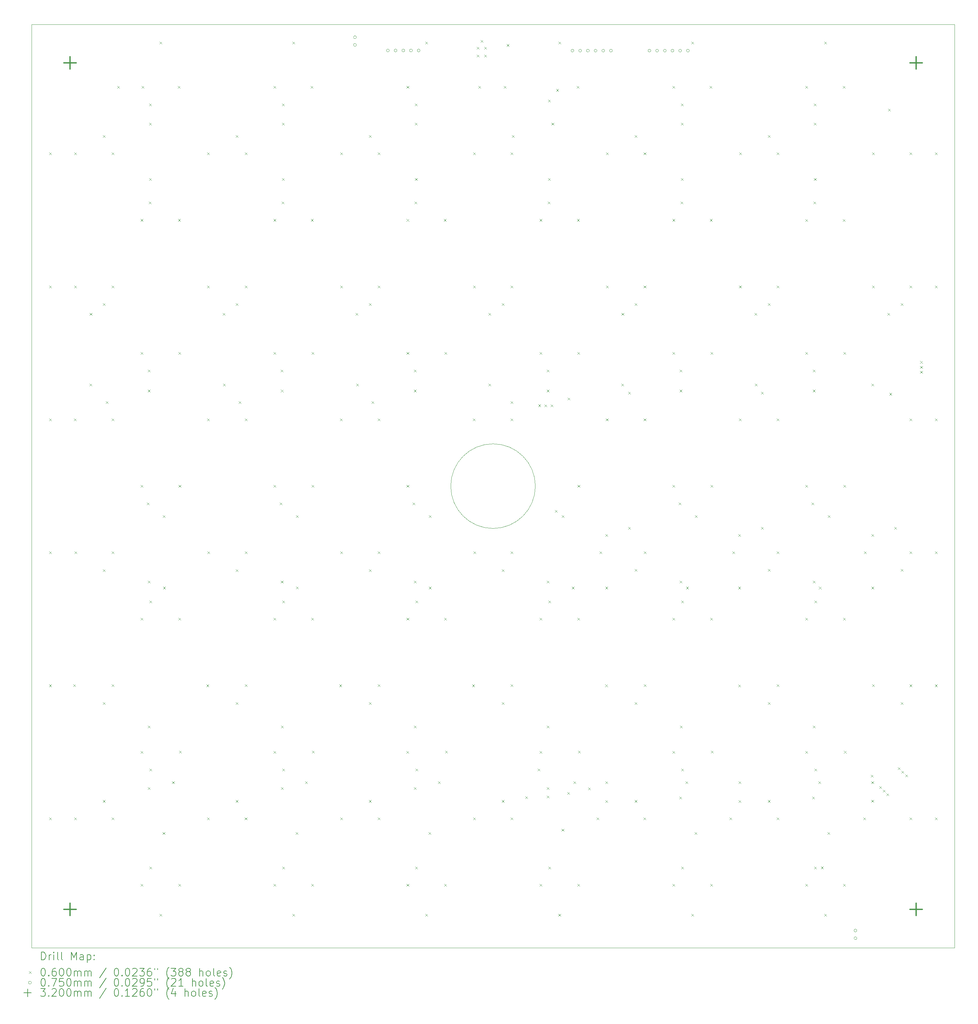
<source format=gbr>
%TF.GenerationSoftware,KiCad,Pcbnew,8.0.5*%
%TF.CreationDate,2024-10-14T18:31:50-05:00*%
%TF.ProjectId,morg_grad_cap,6d6f7267-5f67-4726-9164-5f6361702e6b,rev?*%
%TF.SameCoordinates,Original*%
%TF.FileFunction,Drillmap*%
%TF.FilePolarity,Positive*%
%FSLAX45Y45*%
G04 Gerber Fmt 4.5, Leading zero omitted, Abs format (unit mm)*
G04 Created by KiCad (PCBNEW 8.0.5) date 2024-10-14 18:31:50*
%MOMM*%
%LPD*%
G01*
G04 APERTURE LIST*
%ADD10C,0.050000*%
%ADD11C,0.100000*%
%ADD12C,0.200000*%
%ADD13C,0.320000*%
G04 APERTURE END LIST*
D10*
X0Y0D02*
X24000000Y0D01*
X24000000Y-24000000D01*
X0Y-24000000D01*
X0Y0D01*
D11*
X13100000Y-12000000D02*
G75*
G02*
X10900000Y-12000000I-1100000J0D01*
G01*
X10900000Y-12000000D02*
G75*
G02*
X13100000Y-12000000I1100000J0D01*
G01*
D12*
D11*
X457000Y-3326515D02*
X517000Y-3386515D01*
X517000Y-3326515D02*
X457000Y-3386515D01*
X457000Y-6784065D02*
X517000Y-6844065D01*
X517000Y-6784065D02*
X457000Y-6844065D01*
X457000Y-13697998D02*
X517000Y-13757998D01*
X517000Y-13697998D02*
X457000Y-13757998D01*
X457000Y-17154966D02*
X517000Y-17214966D01*
X517000Y-17154966D02*
X457000Y-17214966D01*
X457000Y-20612483D02*
X517000Y-20672483D01*
X517000Y-20612483D02*
X457000Y-20672483D01*
X457000Y-10241515D02*
X517000Y-10301515D01*
X517000Y-10241515D02*
X457000Y-10301515D01*
X1088966Y-17154583D02*
X1148966Y-17214583D01*
X1148966Y-17154583D02*
X1088966Y-17214583D01*
X1105966Y-10242583D02*
X1165966Y-10302583D01*
X1165966Y-10242583D02*
X1105966Y-10302583D01*
X1112000Y-6784000D02*
X1172000Y-6844000D01*
X1172000Y-6784000D02*
X1112000Y-6844000D01*
X1112000Y-20612483D02*
X1172000Y-20672483D01*
X1172000Y-20612483D02*
X1112000Y-20672483D01*
X1113000Y-3326000D02*
X1173000Y-3386000D01*
X1173000Y-3326000D02*
X1113000Y-3386000D01*
X1118966Y-13698583D02*
X1178966Y-13758583D01*
X1178966Y-13698583D02*
X1118966Y-13758583D01*
X1512000Y-9333232D02*
X1572000Y-9393232D01*
X1572000Y-9333232D02*
X1512000Y-9393232D01*
X1514500Y-7499000D02*
X1574500Y-7559000D01*
X1574500Y-7499000D02*
X1514500Y-7559000D01*
X1856734Y-20161000D02*
X1916734Y-20221000D01*
X1916734Y-20161000D02*
X1856734Y-20221000D01*
X1856967Y-7243000D02*
X1916967Y-7303000D01*
X1916967Y-7243000D02*
X1856967Y-7303000D01*
X1857217Y-14160000D02*
X1917217Y-14220000D01*
X1917217Y-14160000D02*
X1857217Y-14220000D01*
X1857217Y-17614000D02*
X1917217Y-17674000D01*
X1917217Y-17614000D02*
X1857217Y-17674000D01*
X1857251Y-2876000D02*
X1917251Y-2936000D01*
X1917251Y-2876000D02*
X1857251Y-2936000D01*
X1929745Y-9789941D02*
X1989745Y-9849941D01*
X1989745Y-9789941D02*
X1929745Y-9849941D01*
X2087450Y-20612900D02*
X2147450Y-20672900D01*
X2147450Y-20612900D02*
X2087450Y-20672900D01*
X2088450Y-3326900D02*
X2148450Y-3386900D01*
X2148450Y-3326900D02*
X2088450Y-3386900D01*
X2088450Y-6784900D02*
X2148450Y-6844900D01*
X2148450Y-6784900D02*
X2088450Y-6844900D01*
X2088450Y-10241900D02*
X2148450Y-10301900D01*
X2148450Y-10241900D02*
X2088450Y-10301900D01*
X2088517Y-17154348D02*
X2148517Y-17214348D01*
X2148517Y-17154348D02*
X2088517Y-17214348D01*
X2088581Y-13698504D02*
X2148581Y-13758504D01*
X2148581Y-13698504D02*
X2088581Y-13758504D01*
X2233000Y-1598000D02*
X2293000Y-1658000D01*
X2293000Y-1598000D02*
X2233000Y-1658000D01*
X2837550Y-22341101D02*
X2897550Y-22401101D01*
X2897550Y-22341101D02*
X2837550Y-22401101D01*
X2837584Y-18883033D02*
X2897584Y-18943033D01*
X2897584Y-18883033D02*
X2837584Y-18943033D01*
X2838054Y-15426025D02*
X2898054Y-15486025D01*
X2898054Y-15426025D02*
X2838054Y-15486025D01*
X2838550Y-5056101D02*
X2898550Y-5116101D01*
X2898550Y-5056101D02*
X2838550Y-5116101D01*
X2838550Y-8513101D02*
X2898550Y-8573101D01*
X2898550Y-8513101D02*
X2838550Y-8573101D01*
X2838550Y-11970101D02*
X2898550Y-12030101D01*
X2898550Y-11970101D02*
X2838550Y-12030101D01*
X2868000Y-1600000D02*
X2928000Y-1660000D01*
X2928000Y-1600000D02*
X2868000Y-1660000D01*
X2996808Y-12427059D02*
X3056808Y-12487059D01*
X3056808Y-12427059D02*
X2996808Y-12487059D01*
X3026000Y-8972000D02*
X3086000Y-9032000D01*
X3086000Y-8972000D02*
X3026000Y-9032000D01*
X3027000Y-9493000D02*
X3087000Y-9553000D01*
X3087000Y-9493000D02*
X3027000Y-9553000D01*
X3027000Y-14462000D02*
X3087000Y-14522000D01*
X3087000Y-14462000D02*
X3027000Y-14522000D01*
X3028000Y-18223000D02*
X3088000Y-18283000D01*
X3088000Y-18223000D02*
X3028000Y-18283000D01*
X3028000Y-19830000D02*
X3088000Y-19890000D01*
X3088000Y-19830000D02*
X3028000Y-19890000D01*
X3049000Y-4604000D02*
X3109000Y-4664000D01*
X3109000Y-4604000D02*
X3049000Y-4664000D01*
X3057000Y-2055000D02*
X3117000Y-2115000D01*
X3117000Y-2055000D02*
X3057000Y-2115000D01*
X3057000Y-2555000D02*
X3117000Y-2615000D01*
X3117000Y-2555000D02*
X3057000Y-2615000D01*
X3058000Y-3996000D02*
X3118000Y-4056000D01*
X3118000Y-3996000D02*
X3058000Y-4056000D01*
X3066033Y-21889000D02*
X3126033Y-21949000D01*
X3126033Y-21889000D02*
X3066033Y-21949000D01*
X3067648Y-14974999D02*
X3127648Y-15034999D01*
X3127648Y-14974999D02*
X3067648Y-15034999D01*
X3068234Y-19344000D02*
X3128234Y-19404000D01*
X3128234Y-19344000D02*
X3068234Y-19404000D01*
X3327000Y-23118000D02*
X3387000Y-23178000D01*
X3387000Y-23118000D02*
X3327000Y-23178000D01*
X3327517Y-450000D02*
X3387517Y-510000D01*
X3387517Y-450000D02*
X3327517Y-510000D01*
X3411000Y-20995000D02*
X3471000Y-21055000D01*
X3471000Y-20995000D02*
X3411000Y-21055000D01*
X3418000Y-12760066D02*
X3478000Y-12820066D01*
X3478000Y-12760066D02*
X3418000Y-12820066D01*
X3425000Y-14614795D02*
X3485000Y-14674795D01*
X3485000Y-14614795D02*
X3425000Y-14674795D01*
X3656484Y-19674000D02*
X3716484Y-19734000D01*
X3716484Y-19674000D02*
X3656484Y-19734000D01*
X3805000Y-1598517D02*
X3865000Y-1658517D01*
X3865000Y-1598517D02*
X3805000Y-1658517D01*
X3811000Y-5056068D02*
X3871000Y-5116068D01*
X3871000Y-5056068D02*
X3811000Y-5116068D01*
X3819000Y-15425000D02*
X3879000Y-15485000D01*
X3879000Y-15425000D02*
X3819000Y-15485000D01*
X3820000Y-22340966D02*
X3880000Y-22400965D01*
X3880000Y-22340966D02*
X3820000Y-22400965D01*
X3825000Y-8513000D02*
X3885000Y-8573000D01*
X3885000Y-8513000D02*
X3825000Y-8573000D01*
X3826000Y-11970000D02*
X3886000Y-12030000D01*
X3886000Y-11970000D02*
X3826000Y-12030000D01*
X3838000Y-18881000D02*
X3898000Y-18941000D01*
X3898000Y-18881000D02*
X3838000Y-18941000D01*
X4546000Y-17155000D02*
X4606000Y-17215000D01*
X4606000Y-17155000D02*
X4546000Y-17215000D01*
X4563000Y-10243000D02*
X4623000Y-10303000D01*
X4623000Y-10243000D02*
X4563000Y-10303000D01*
X4569034Y-6784417D02*
X4629034Y-6844417D01*
X4629034Y-6784417D02*
X4569034Y-6844417D01*
X4569034Y-20612900D02*
X4629034Y-20672900D01*
X4629034Y-20612900D02*
X4569034Y-20672900D01*
X4570034Y-3326417D02*
X4630034Y-3386417D01*
X4630034Y-3326417D02*
X4570034Y-3386417D01*
X4576000Y-13699000D02*
X4636000Y-13759000D01*
X4636000Y-13699000D02*
X4576000Y-13759000D01*
X4969167Y-7499000D02*
X5029167Y-7559000D01*
X5029167Y-7499000D02*
X4969167Y-7559000D01*
X4978000Y-9333232D02*
X5038000Y-9393232D01*
X5038000Y-9333232D02*
X4978000Y-9393232D01*
X5314251Y-20161000D02*
X5374251Y-20221000D01*
X5374251Y-20161000D02*
X5314251Y-20221000D01*
X5314484Y-7243000D02*
X5374484Y-7303000D01*
X5374484Y-7243000D02*
X5314484Y-7303000D01*
X5314734Y-14160000D02*
X5374734Y-14220000D01*
X5374734Y-14160000D02*
X5314734Y-14220000D01*
X5314734Y-17614000D02*
X5374734Y-17674000D01*
X5374734Y-17614000D02*
X5314734Y-17674000D01*
X5314768Y-2876000D02*
X5374768Y-2936000D01*
X5374768Y-2876000D02*
X5314768Y-2936000D01*
X5386779Y-9790524D02*
X5446779Y-9850524D01*
X5446779Y-9790524D02*
X5386779Y-9850524D01*
X5544484Y-20613316D02*
X5604484Y-20673316D01*
X5604484Y-20613316D02*
X5544484Y-20673316D01*
X5545484Y-3327316D02*
X5605484Y-3387316D01*
X5605484Y-3327316D02*
X5545484Y-3387316D01*
X5545484Y-6785316D02*
X5605484Y-6845316D01*
X5605484Y-6785316D02*
X5545484Y-6845316D01*
X5545484Y-10242316D02*
X5605484Y-10302316D01*
X5605484Y-10242316D02*
X5545484Y-10302316D01*
X5545551Y-17154764D02*
X5605551Y-17214764D01*
X5605551Y-17154764D02*
X5545551Y-17214764D01*
X5545615Y-13698920D02*
X5605615Y-13758920D01*
X5605615Y-13698920D02*
X5545615Y-13758920D01*
X6294584Y-22341518D02*
X6354584Y-22401518D01*
X6354584Y-22341518D02*
X6294584Y-22401518D01*
X6294617Y-18883450D02*
X6354617Y-18943450D01*
X6354617Y-18883450D02*
X6294617Y-18943450D01*
X6295088Y-15426442D02*
X6355088Y-15486442D01*
X6355088Y-15426442D02*
X6295088Y-15486442D01*
X6295584Y-8513518D02*
X6355584Y-8573518D01*
X6355584Y-8513518D02*
X6295584Y-8573518D01*
X6295584Y-1600518D02*
X6355584Y-1660518D01*
X6355584Y-1600518D02*
X6295584Y-1660518D01*
X6295584Y-5056518D02*
X6355584Y-5116518D01*
X6355584Y-5056518D02*
X6295584Y-5116518D01*
X6295584Y-11970518D02*
X6355584Y-12030518D01*
X6355584Y-11970518D02*
X6295584Y-12030518D01*
X6453841Y-12427476D02*
X6513841Y-12487476D01*
X6513841Y-12427476D02*
X6453841Y-12487476D01*
X6483517Y-8972000D02*
X6543517Y-9032000D01*
X6543517Y-8972000D02*
X6483517Y-9032000D01*
X6484517Y-9493000D02*
X6544517Y-9553000D01*
X6544517Y-9493000D02*
X6484517Y-9553000D01*
X6484517Y-14462000D02*
X6544517Y-14522000D01*
X6544517Y-14462000D02*
X6484517Y-14522000D01*
X6485517Y-18223000D02*
X6545517Y-18283000D01*
X6545517Y-18223000D02*
X6485517Y-18283000D01*
X6485517Y-19830000D02*
X6545517Y-19890000D01*
X6545517Y-19830000D02*
X6485517Y-19890000D01*
X6506517Y-4604000D02*
X6566517Y-4664000D01*
X6566517Y-4604000D02*
X6506517Y-4664000D01*
X6514517Y-2055000D02*
X6574517Y-2115000D01*
X6574517Y-2055000D02*
X6514517Y-2115000D01*
X6514517Y-2555000D02*
X6574517Y-2615000D01*
X6574517Y-2555000D02*
X6514517Y-2615000D01*
X6515517Y-3996000D02*
X6575517Y-4056000D01*
X6575517Y-3996000D02*
X6515517Y-4056000D01*
X6523583Y-21889000D02*
X6583583Y-21949000D01*
X6583583Y-21889000D02*
X6523583Y-21949000D01*
X6525198Y-14974999D02*
X6585198Y-15034999D01*
X6585198Y-14974999D02*
X6525198Y-15034999D01*
X6525784Y-19344000D02*
X6585784Y-19404000D01*
X6585784Y-19344000D02*
X6525784Y-19404000D01*
X6784517Y-23118000D02*
X6844517Y-23178000D01*
X6844517Y-23118000D02*
X6784517Y-23178000D01*
X6785034Y-450000D02*
X6845034Y-510000D01*
X6845034Y-450000D02*
X6785034Y-510000D01*
X6868550Y-20995000D02*
X6928550Y-21055000D01*
X6928550Y-20995000D02*
X6868550Y-21055000D01*
X6874967Y-12760067D02*
X6934967Y-12820067D01*
X6934967Y-12760067D02*
X6874967Y-12820067D01*
X6877000Y-14614000D02*
X6937000Y-14674000D01*
X6937000Y-14614000D02*
X6877000Y-14674000D01*
X7114484Y-19674000D02*
X7174484Y-19734000D01*
X7174484Y-19674000D02*
X7114484Y-19734000D01*
X7262034Y-1598934D02*
X7322034Y-1658934D01*
X7322034Y-1598934D02*
X7262034Y-1658934D01*
X7268034Y-5056485D02*
X7328034Y-5116485D01*
X7328034Y-5056485D02*
X7268034Y-5116485D01*
X7276034Y-15425417D02*
X7336034Y-15485417D01*
X7336034Y-15425417D02*
X7276034Y-15485417D01*
X7277034Y-22341383D02*
X7337034Y-22401383D01*
X7337034Y-22341383D02*
X7277034Y-22401383D01*
X7282034Y-8513417D02*
X7342034Y-8573417D01*
X7342034Y-8513417D02*
X7282034Y-8573417D01*
X7283034Y-11970417D02*
X7343034Y-12030417D01*
X7343034Y-11970417D02*
X7283034Y-12030417D01*
X7295034Y-18881417D02*
X7355034Y-18941417D01*
X7355034Y-18881417D02*
X7295034Y-18941417D01*
X8002975Y-17155005D02*
X8062975Y-17215005D01*
X8062975Y-17155005D02*
X8002975Y-17215005D01*
X8019975Y-10243005D02*
X8079975Y-10303005D01*
X8079975Y-10243005D02*
X8019975Y-10303005D01*
X8026009Y-6784422D02*
X8086009Y-6844422D01*
X8086009Y-6784422D02*
X8026009Y-6844422D01*
X8026009Y-20612905D02*
X8086009Y-20672905D01*
X8086009Y-20612905D02*
X8026009Y-20672905D01*
X8027009Y-3326422D02*
X8087009Y-3386422D01*
X8087009Y-3326422D02*
X8027009Y-3386422D01*
X8032975Y-13699005D02*
X8092975Y-13759005D01*
X8092975Y-13699005D02*
X8032975Y-13759005D01*
X8426136Y-7499000D02*
X8486136Y-7559000D01*
X8486136Y-7499000D02*
X8426136Y-7559000D01*
X8441000Y-9333232D02*
X8501000Y-9393232D01*
X8501000Y-9333232D02*
X8441000Y-9393232D01*
X8771218Y-20161000D02*
X8831218Y-20221000D01*
X8831218Y-20161000D02*
X8771218Y-20221000D01*
X8771452Y-7243000D02*
X8831452Y-7303000D01*
X8831452Y-7243000D02*
X8771452Y-7303000D01*
X8771702Y-14160000D02*
X8831702Y-14220000D01*
X8831702Y-14160000D02*
X8771702Y-14220000D01*
X8771702Y-17614000D02*
X8831702Y-17674000D01*
X8831702Y-17614000D02*
X8771702Y-17674000D01*
X8771735Y-2876000D02*
X8831735Y-2936000D01*
X8831735Y-2876000D02*
X8771735Y-2936000D01*
X8843749Y-9790532D02*
X8903749Y-9850532D01*
X8903749Y-9790532D02*
X8843749Y-9850532D01*
X9001459Y-20613322D02*
X9061459Y-20673322D01*
X9061459Y-20613322D02*
X9001459Y-20673322D01*
X9002459Y-3327322D02*
X9062459Y-3387322D01*
X9062459Y-3327322D02*
X9002459Y-3387322D01*
X9002459Y-6785322D02*
X9062459Y-6845322D01*
X9062459Y-6785322D02*
X9002459Y-6845322D01*
X9002459Y-10242322D02*
X9062459Y-10302322D01*
X9062459Y-10242322D02*
X9002459Y-10302322D01*
X9002526Y-17154770D02*
X9062526Y-17214770D01*
X9062526Y-17154770D02*
X9002526Y-17214770D01*
X9002590Y-13698926D02*
X9062590Y-13758926D01*
X9062590Y-13698926D02*
X9002590Y-13758926D01*
X9751593Y-18883455D02*
X9811593Y-18943455D01*
X9811593Y-18883455D02*
X9751593Y-18943455D01*
X9752063Y-15426447D02*
X9812063Y-15486447D01*
X9812063Y-15426447D02*
X9752063Y-15486447D01*
X9752067Y-22341001D02*
X9812067Y-22401001D01*
X9812067Y-22341001D02*
X9752067Y-22401001D01*
X9752559Y-1600523D02*
X9812559Y-1660523D01*
X9812559Y-1600523D02*
X9752559Y-1660523D01*
X9752559Y-5056523D02*
X9812559Y-5116523D01*
X9812559Y-5056523D02*
X9752559Y-5116523D01*
X9752559Y-8513523D02*
X9812559Y-8573523D01*
X9812559Y-8513523D02*
X9752559Y-8573523D01*
X9752559Y-11970523D02*
X9812559Y-12030523D01*
X9812559Y-11970523D02*
X9752559Y-12030523D01*
X9910817Y-12427481D02*
X9970817Y-12487481D01*
X9970817Y-12427481D02*
X9910817Y-12487481D01*
X9940484Y-8972000D02*
X10000484Y-9032000D01*
X10000484Y-8972000D02*
X9940484Y-9032000D01*
X9941484Y-9493000D02*
X10001484Y-9553000D01*
X10001484Y-9493000D02*
X9941484Y-9553000D01*
X9941484Y-14462000D02*
X10001484Y-14522000D01*
X10001484Y-14462000D02*
X9941484Y-14522000D01*
X9942484Y-18223000D02*
X10002484Y-18283000D01*
X10002484Y-18223000D02*
X9942484Y-18283000D01*
X9942484Y-19830000D02*
X10002484Y-19890000D01*
X10002484Y-19830000D02*
X9942484Y-19890000D01*
X9963484Y-4604000D02*
X10023484Y-4664000D01*
X10023484Y-4604000D02*
X9963484Y-4664000D01*
X9971484Y-2055000D02*
X10031484Y-2115000D01*
X10031484Y-2055000D02*
X9971484Y-2115000D01*
X9971484Y-2555000D02*
X10031484Y-2615000D01*
X10031484Y-2555000D02*
X9971484Y-2615000D01*
X9972484Y-3996000D02*
X10032484Y-4056000D01*
X10032484Y-3996000D02*
X9972484Y-4056000D01*
X9980549Y-21889000D02*
X10040549Y-21949000D01*
X10040549Y-21889000D02*
X9980549Y-21949000D01*
X9982165Y-14975000D02*
X10042165Y-15035000D01*
X10042165Y-14975000D02*
X9982165Y-15035000D01*
X9982750Y-19344000D02*
X10042750Y-19404000D01*
X10042750Y-19344000D02*
X9982750Y-19404000D01*
X10241485Y-23118000D02*
X10301485Y-23178000D01*
X10301485Y-23118000D02*
X10241485Y-23178000D01*
X10242001Y-450000D02*
X10302001Y-510000D01*
X10302001Y-450000D02*
X10242001Y-510000D01*
X10325516Y-20995000D02*
X10385516Y-21055000D01*
X10385516Y-20995000D02*
X10325516Y-21055000D01*
X10331932Y-12760067D02*
X10391932Y-12820067D01*
X10391932Y-12760067D02*
X10331932Y-12820067D01*
X10334000Y-14614795D02*
X10394000Y-14674795D01*
X10394000Y-14614795D02*
X10334000Y-14674795D01*
X10571000Y-19674000D02*
X10631000Y-19734000D01*
X10631000Y-19674000D02*
X10571000Y-19734000D01*
X10725009Y-5056490D02*
X10785009Y-5116490D01*
X10785009Y-5056490D02*
X10725009Y-5116490D01*
X10733009Y-15425422D02*
X10793009Y-15485422D01*
X10793009Y-15425422D02*
X10733009Y-15485422D01*
X10734009Y-22341388D02*
X10794009Y-22401388D01*
X10794009Y-22341388D02*
X10734009Y-22401388D01*
X10739009Y-8513422D02*
X10799009Y-8573422D01*
X10799009Y-8513422D02*
X10739009Y-8573422D01*
X10752009Y-18881422D02*
X10812009Y-18941422D01*
X10812009Y-18881422D02*
X10752009Y-18941422D01*
X11459929Y-17154992D02*
X11519929Y-17214992D01*
X11519929Y-17154992D02*
X11459929Y-17214992D01*
X11476929Y-10242992D02*
X11536929Y-10302992D01*
X11536929Y-10242992D02*
X11476929Y-10302992D01*
X11482963Y-6784409D02*
X11542963Y-6844409D01*
X11542963Y-6784409D02*
X11482963Y-6844409D01*
X11482963Y-20612892D02*
X11542963Y-20672892D01*
X11542963Y-20612892D02*
X11482963Y-20672892D01*
X11483963Y-3326409D02*
X11543963Y-3386409D01*
X11543963Y-3326409D02*
X11483963Y-3386409D01*
X11489929Y-13698992D02*
X11549929Y-13758992D01*
X11549929Y-13698992D02*
X11489929Y-13758992D01*
X11574000Y-581000D02*
X11634000Y-641000D01*
X11634000Y-581000D02*
X11574000Y-641000D01*
X11574000Y-781000D02*
X11634000Y-841000D01*
X11634000Y-781000D02*
X11574000Y-841000D01*
X11621000Y-1601000D02*
X11681000Y-1661000D01*
X11681000Y-1601000D02*
X11621000Y-1661000D01*
X11675000Y-401000D02*
X11735000Y-461000D01*
X11735000Y-401000D02*
X11675000Y-461000D01*
X11774000Y-581000D02*
X11834000Y-641000D01*
X11834000Y-581000D02*
X11774000Y-641000D01*
X11774000Y-781000D02*
X11834000Y-841000D01*
X11834000Y-781000D02*
X11774000Y-841000D01*
X11883101Y-7499000D02*
X11943101Y-7559000D01*
X11943101Y-7499000D02*
X11883101Y-7559000D01*
X11883751Y-9335249D02*
X11943751Y-9395249D01*
X11943751Y-9335249D02*
X11883751Y-9395249D01*
X12228184Y-20161000D02*
X12288184Y-20221000D01*
X12288184Y-20161000D02*
X12228184Y-20221000D01*
X12228418Y-7243000D02*
X12288418Y-7303000D01*
X12288418Y-7243000D02*
X12228418Y-7303000D01*
X12228668Y-14160000D02*
X12288668Y-14220000D01*
X12288668Y-14160000D02*
X12228668Y-14220000D01*
X12228668Y-17614000D02*
X12288668Y-17674000D01*
X12288668Y-17614000D02*
X12228668Y-17674000D01*
X12282000Y-1600000D02*
X12342000Y-1660000D01*
X12342000Y-1600000D02*
X12282000Y-1660000D01*
X12353000Y-510000D02*
X12413000Y-570000D01*
X12413000Y-510000D02*
X12353000Y-570000D01*
X12458413Y-20613309D02*
X12518413Y-20673309D01*
X12518413Y-20613309D02*
X12458413Y-20673309D01*
X12459413Y-3327309D02*
X12519413Y-3387309D01*
X12519413Y-3327309D02*
X12459413Y-3387309D01*
X12459413Y-6785309D02*
X12519413Y-6845309D01*
X12519413Y-6785309D02*
X12459413Y-6845309D01*
X12459413Y-10242309D02*
X12519413Y-10302309D01*
X12519413Y-10242309D02*
X12459413Y-10302309D01*
X12459480Y-17154757D02*
X12519480Y-17214757D01*
X12519480Y-17154757D02*
X12459480Y-17214757D01*
X12459544Y-13698913D02*
X12519544Y-13758913D01*
X12519544Y-13698913D02*
X12459544Y-13758913D01*
X12461000Y-9790000D02*
X12521000Y-9850000D01*
X12521000Y-9790000D02*
X12461000Y-9850000D01*
X12492000Y-2874000D02*
X12552000Y-2934000D01*
X12552000Y-2874000D02*
X12492000Y-2934000D01*
X12835000Y-20061000D02*
X12895000Y-20121000D01*
X12895000Y-20061000D02*
X12835000Y-20121000D01*
X13157000Y-19343000D02*
X13217000Y-19403000D01*
X13217000Y-19343000D02*
X13157000Y-19403000D01*
X13177000Y-9874000D02*
X13237000Y-9934000D01*
X13237000Y-9874000D02*
X13177000Y-9934000D01*
X13208547Y-18883442D02*
X13268547Y-18943442D01*
X13268547Y-18883442D02*
X13208547Y-18943442D01*
X13209017Y-15426434D02*
X13269017Y-15486434D01*
X13269017Y-15426434D02*
X13209017Y-15486434D01*
X13209033Y-22340999D02*
X13269033Y-22400999D01*
X13269033Y-22340999D02*
X13209033Y-22400999D01*
X13209513Y-5056510D02*
X13269513Y-5116510D01*
X13269513Y-5056510D02*
X13209513Y-5116510D01*
X13209513Y-8513510D02*
X13269513Y-8573510D01*
X13269513Y-8513510D02*
X13209513Y-8573510D01*
X13336500Y-9879000D02*
X13396500Y-9939000D01*
X13396500Y-9879000D02*
X13336500Y-9939000D01*
X13397451Y-8972000D02*
X13457451Y-9032000D01*
X13457451Y-8972000D02*
X13397451Y-9032000D01*
X13397967Y-9493000D02*
X13457967Y-9553000D01*
X13457967Y-9493000D02*
X13397967Y-9553000D01*
X13397967Y-14462000D02*
X13457967Y-14522000D01*
X13457967Y-14462000D02*
X13397967Y-14522000D01*
X13398967Y-18223000D02*
X13458967Y-18283000D01*
X13458967Y-18223000D02*
X13398967Y-18283000D01*
X13398967Y-19830000D02*
X13458967Y-19890000D01*
X13458967Y-19830000D02*
X13398967Y-19890000D01*
X13400000Y-20049000D02*
X13460000Y-20109000D01*
X13460000Y-20049000D02*
X13400000Y-20109000D01*
X13420451Y-4604000D02*
X13480451Y-4664000D01*
X13480451Y-4604000D02*
X13420451Y-4664000D01*
X13428000Y-1956000D02*
X13488000Y-2016000D01*
X13488000Y-1956000D02*
X13428000Y-2016000D01*
X13428967Y-3996000D02*
X13488967Y-4056000D01*
X13488967Y-3996000D02*
X13428967Y-4056000D01*
X13437515Y-21889000D02*
X13497515Y-21949000D01*
X13497515Y-21889000D02*
X13437515Y-21949000D01*
X13439131Y-14974999D02*
X13499131Y-15034999D01*
X13499131Y-14974999D02*
X13439131Y-15034999D01*
X13496000Y-9879000D02*
X13556000Y-9939000D01*
X13556000Y-9879000D02*
X13496000Y-9939000D01*
X13520000Y-2555000D02*
X13580000Y-2615000D01*
X13580000Y-2555000D02*
X13520000Y-2615000D01*
X13612235Y-12619000D02*
X13672235Y-12679000D01*
X13672235Y-12619000D02*
X13612235Y-12679000D01*
X13646000Y-1678000D02*
X13706000Y-1738000D01*
X13706000Y-1678000D02*
X13646000Y-1738000D01*
X13697967Y-23118000D02*
X13757967Y-23178000D01*
X13757967Y-23118000D02*
X13697967Y-23178000D01*
X13698484Y-450000D02*
X13758484Y-510000D01*
X13758484Y-450000D02*
X13698484Y-510000D01*
X13782482Y-20908000D02*
X13842482Y-20968000D01*
X13842482Y-20908000D02*
X13782482Y-20968000D01*
X13788901Y-12760066D02*
X13848901Y-12820066D01*
X13848901Y-12760066D02*
X13788901Y-12820066D01*
X13934000Y-19950000D02*
X13994000Y-20010000D01*
X13994000Y-19950000D02*
X13934000Y-20010000D01*
X13942525Y-9700691D02*
X14002525Y-9760691D01*
X14002525Y-9700691D02*
X13942525Y-9760691D01*
X14046000Y-14614795D02*
X14106000Y-14674795D01*
X14106000Y-14614795D02*
X14046000Y-14674795D01*
X14093000Y-19671000D02*
X14153000Y-19731000D01*
X14153000Y-19671000D02*
X14093000Y-19731000D01*
X14175963Y-1598926D02*
X14235963Y-1658926D01*
X14235963Y-1598926D02*
X14175963Y-1658926D01*
X14181963Y-5056477D02*
X14241963Y-5116477D01*
X14241963Y-5056477D02*
X14181963Y-5116477D01*
X14189963Y-15425409D02*
X14249963Y-15485409D01*
X14249963Y-15425409D02*
X14189963Y-15485409D01*
X14190963Y-22341375D02*
X14250963Y-22401375D01*
X14250963Y-22341375D02*
X14190963Y-22401375D01*
X14195963Y-8513409D02*
X14255963Y-8573409D01*
X14255963Y-8513409D02*
X14195963Y-8573409D01*
X14196963Y-11970409D02*
X14256963Y-12030409D01*
X14256963Y-11970409D02*
X14196963Y-12030409D01*
X14208963Y-18881409D02*
X14268963Y-18941409D01*
X14268963Y-18881409D02*
X14208963Y-18941409D01*
X14472000Y-19836000D02*
X14532000Y-19896000D01*
X14532000Y-19836000D02*
X14472000Y-19896000D01*
X14689281Y-20612316D02*
X14749281Y-20672316D01*
X14749281Y-20612316D02*
X14689281Y-20672316D01*
X14769000Y-13699000D02*
X14829000Y-13759000D01*
X14829000Y-13699000D02*
X14769000Y-13759000D01*
X14916899Y-17155000D02*
X14976899Y-17215000D01*
X14976899Y-17155000D02*
X14916899Y-17215000D01*
X14921000Y-14614795D02*
X14981000Y-14674795D01*
X14981000Y-14614795D02*
X14921000Y-14674795D01*
X14922065Y-13249000D02*
X14982065Y-13309000D01*
X14982065Y-13249000D02*
X14922065Y-13309000D01*
X14923284Y-19677412D02*
X14983284Y-19737412D01*
X14983284Y-19677412D02*
X14923284Y-19737412D01*
X14923284Y-20162000D02*
X14983284Y-20222000D01*
X14983284Y-20162000D02*
X14923284Y-20222000D01*
X14933899Y-10243000D02*
X14993899Y-10303000D01*
X14993899Y-10243000D02*
X14933899Y-10303000D01*
X14939933Y-6784417D02*
X14999933Y-6844417D01*
X14999933Y-6784417D02*
X14939933Y-6844417D01*
X14940933Y-3326417D02*
X15000933Y-3386417D01*
X15000933Y-3326417D02*
X14940933Y-3386417D01*
X15334000Y-9333232D02*
X15394000Y-9393232D01*
X15394000Y-9333232D02*
X15334000Y-9393232D01*
X15340071Y-7499000D02*
X15400071Y-7559000D01*
X15400071Y-7499000D02*
X15340071Y-7559000D01*
X15513218Y-13059000D02*
X15573218Y-13119000D01*
X15573218Y-13059000D02*
X15513218Y-13119000D01*
X15514157Y-9545475D02*
X15574157Y-9605475D01*
X15574157Y-9545475D02*
X15514157Y-9605475D01*
X15685151Y-20161000D02*
X15745151Y-20221000D01*
X15745151Y-20161000D02*
X15685151Y-20221000D01*
X15685384Y-7243000D02*
X15745384Y-7303000D01*
X15745384Y-7243000D02*
X15685384Y-7303000D01*
X15685634Y-14156000D02*
X15745634Y-14216000D01*
X15745634Y-14156000D02*
X15685634Y-14216000D01*
X15685634Y-17614000D02*
X15745634Y-17674000D01*
X15745634Y-17614000D02*
X15685634Y-17674000D01*
X15685668Y-2876000D02*
X15745668Y-2936000D01*
X15745668Y-2876000D02*
X15685668Y-2936000D01*
X15915383Y-20613316D02*
X15975383Y-20673316D01*
X15975383Y-20613316D02*
X15915383Y-20673316D01*
X15916383Y-3327316D02*
X15976383Y-3387316D01*
X15976383Y-3327316D02*
X15916383Y-3387316D01*
X15916383Y-6785316D02*
X15976383Y-6845316D01*
X15976383Y-6785316D02*
X15916383Y-6845316D01*
X15916383Y-10242316D02*
X15976383Y-10302316D01*
X15976383Y-10242316D02*
X15916383Y-10302316D01*
X15916450Y-17154764D02*
X15976450Y-17214764D01*
X15976450Y-17154764D02*
X15916450Y-17214764D01*
X15916514Y-13698920D02*
X15976514Y-13758920D01*
X15976514Y-13698920D02*
X15916514Y-13758920D01*
X16665483Y-22341518D02*
X16725483Y-22401518D01*
X16725483Y-22341518D02*
X16665483Y-22401518D01*
X16665516Y-18883450D02*
X16725516Y-18943450D01*
X16725516Y-18883450D02*
X16665516Y-18943450D01*
X16665987Y-15426442D02*
X16725987Y-15486442D01*
X16725987Y-15426442D02*
X16665987Y-15486442D01*
X16666483Y-1600518D02*
X16726483Y-1660518D01*
X16726483Y-1600518D02*
X16666483Y-1660518D01*
X16666483Y-5056518D02*
X16726483Y-5116518D01*
X16726483Y-5056518D02*
X16666483Y-5116518D01*
X16666483Y-8513518D02*
X16726483Y-8573518D01*
X16726483Y-8513518D02*
X16666483Y-8573518D01*
X16666483Y-11970518D02*
X16726483Y-12030518D01*
X16726483Y-11970518D02*
X16666483Y-12030518D01*
X16824741Y-12427476D02*
X16884741Y-12487476D01*
X16884741Y-12427476D02*
X16824741Y-12487476D01*
X16839450Y-20075000D02*
X16899450Y-20135000D01*
X16899450Y-20075000D02*
X16839450Y-20135000D01*
X16854417Y-8972000D02*
X16914417Y-9032000D01*
X16914417Y-8972000D02*
X16854417Y-9032000D01*
X16855417Y-9493000D02*
X16915417Y-9553000D01*
X16915417Y-9493000D02*
X16855417Y-9553000D01*
X16855417Y-14462000D02*
X16915417Y-14522000D01*
X16915417Y-14462000D02*
X16855417Y-14522000D01*
X16856417Y-18223000D02*
X16916417Y-18283000D01*
X16916417Y-18223000D02*
X16856417Y-18283000D01*
X16877417Y-4604000D02*
X16937417Y-4664000D01*
X16937417Y-4604000D02*
X16877417Y-4664000D01*
X16885417Y-2055000D02*
X16945417Y-2115000D01*
X16945417Y-2055000D02*
X16885417Y-2115000D01*
X16885417Y-2555000D02*
X16945417Y-2615000D01*
X16945417Y-2555000D02*
X16885417Y-2615000D01*
X16886417Y-3996000D02*
X16946417Y-4056000D01*
X16946417Y-3996000D02*
X16886417Y-4056000D01*
X16894483Y-21889000D02*
X16954483Y-21949000D01*
X16954483Y-21889000D02*
X16894483Y-21949000D01*
X16896098Y-14974999D02*
X16956098Y-15034999D01*
X16956098Y-14974999D02*
X16896098Y-15034999D01*
X16896684Y-19344000D02*
X16956684Y-19404000D01*
X16956684Y-19344000D02*
X16896684Y-19404000D01*
X17002000Y-19671000D02*
X17062000Y-19731000D01*
X17062000Y-19671000D02*
X17002000Y-19731000D01*
X17018000Y-14614795D02*
X17078000Y-14674795D01*
X17078000Y-14614795D02*
X17018000Y-14674795D01*
X17155417Y-23118000D02*
X17215417Y-23178000D01*
X17215417Y-23118000D02*
X17155417Y-23178000D01*
X17155934Y-450000D02*
X17215934Y-510000D01*
X17215934Y-450000D02*
X17155934Y-510000D01*
X17239450Y-20995000D02*
X17299450Y-21055000D01*
X17299450Y-20995000D02*
X17239450Y-21055000D01*
X17245866Y-12760067D02*
X17305866Y-12820067D01*
X17305866Y-12760067D02*
X17245866Y-12820067D01*
X17632933Y-1598934D02*
X17692933Y-1658934D01*
X17692933Y-1598934D02*
X17632933Y-1658934D01*
X17638933Y-5056485D02*
X17698933Y-5116485D01*
X17698933Y-5056485D02*
X17638933Y-5116485D01*
X17646933Y-15425417D02*
X17706933Y-15485417D01*
X17706933Y-15425417D02*
X17646933Y-15485417D01*
X17647933Y-22341382D02*
X17707933Y-22401382D01*
X17707933Y-22341382D02*
X17647933Y-22401382D01*
X17652933Y-8513417D02*
X17712933Y-8573417D01*
X17712933Y-8513417D02*
X17652933Y-8573417D01*
X17653933Y-11970417D02*
X17713933Y-12030417D01*
X17713933Y-11970417D02*
X17653933Y-12030417D01*
X17665933Y-18881417D02*
X17725933Y-18941417D01*
X17725933Y-18881417D02*
X17665933Y-18941417D01*
X18146314Y-20612900D02*
X18206314Y-20672900D01*
X18206314Y-20612900D02*
X18146314Y-20672900D01*
X18226000Y-13699584D02*
X18286000Y-13759584D01*
X18286000Y-13699584D02*
X18226000Y-13759584D01*
X18373933Y-17155584D02*
X18433933Y-17215584D01*
X18433933Y-17155584D02*
X18373933Y-17215584D01*
X18378030Y-14614795D02*
X18438030Y-14674795D01*
X18438030Y-14614795D02*
X18378030Y-14674795D01*
X18379030Y-13249000D02*
X18439030Y-13309000D01*
X18439030Y-13249000D02*
X18379030Y-13309000D01*
X18380284Y-19677412D02*
X18440284Y-19737412D01*
X18440284Y-19677412D02*
X18380284Y-19737412D01*
X18380284Y-20162000D02*
X18440284Y-20222000D01*
X18440284Y-20162000D02*
X18380284Y-20222000D01*
X18390933Y-10243584D02*
X18450933Y-10303584D01*
X18450933Y-10243584D02*
X18390933Y-10303584D01*
X18396966Y-6785001D02*
X18456966Y-6845001D01*
X18456966Y-6785001D02*
X18396966Y-6845001D01*
X18397966Y-3327001D02*
X18457966Y-3387001D01*
X18457966Y-3327001D02*
X18397966Y-3387001D01*
X18797025Y-7499000D02*
X18857025Y-7559000D01*
X18857025Y-7499000D02*
X18797025Y-7559000D01*
X18811000Y-9333232D02*
X18871000Y-9393232D01*
X18871000Y-9333232D02*
X18811000Y-9393232D01*
X18970768Y-13059000D02*
X19030768Y-13119000D01*
X19030768Y-13059000D02*
X18970768Y-13119000D01*
X18971128Y-9545475D02*
X19031128Y-9605475D01*
X19031128Y-9545475D02*
X18971128Y-9605475D01*
X19142701Y-20161000D02*
X19202701Y-20221000D01*
X19202701Y-20161000D02*
X19142701Y-20221000D01*
X19142934Y-7243000D02*
X19202934Y-7303000D01*
X19202934Y-7243000D02*
X19142934Y-7303000D01*
X19143184Y-14156000D02*
X19203184Y-14216000D01*
X19203184Y-14156000D02*
X19143184Y-14216000D01*
X19143184Y-17614000D02*
X19203184Y-17674000D01*
X19203184Y-17614000D02*
X19143184Y-17674000D01*
X19143218Y-2876000D02*
X19203218Y-2936000D01*
X19203218Y-2876000D02*
X19143218Y-2936000D01*
X19372348Y-20613317D02*
X19432348Y-20673317D01*
X19432348Y-20613317D02*
X19372348Y-20673317D01*
X19373348Y-3327317D02*
X19433348Y-3387317D01*
X19433348Y-3327317D02*
X19373348Y-3387317D01*
X19373348Y-6785317D02*
X19433348Y-6845317D01*
X19433348Y-6785317D02*
X19373348Y-6845317D01*
X19373348Y-10242317D02*
X19433348Y-10302317D01*
X19433348Y-10242317D02*
X19373348Y-10302317D01*
X19373415Y-17154765D02*
X19433415Y-17214765D01*
X19433415Y-17154765D02*
X19373415Y-17214765D01*
X19373479Y-13698921D02*
X19433479Y-13758921D01*
X19433479Y-13698921D02*
X19373479Y-13758921D01*
X20122517Y-22342101D02*
X20182517Y-22402101D01*
X20182517Y-22342101D02*
X20122517Y-22402101D01*
X20122550Y-18884034D02*
X20182550Y-18944034D01*
X20182550Y-18884034D02*
X20122550Y-18944034D01*
X20123021Y-15427026D02*
X20183021Y-15487026D01*
X20183021Y-15427026D02*
X20123021Y-15487026D01*
X20123517Y-1601101D02*
X20183517Y-1661101D01*
X20183517Y-1601101D02*
X20123517Y-1661101D01*
X20123517Y-5057101D02*
X20183517Y-5117101D01*
X20183517Y-5057101D02*
X20123517Y-5117101D01*
X20123517Y-8514101D02*
X20183517Y-8574101D01*
X20183517Y-8514101D02*
X20123517Y-8574101D01*
X20123517Y-11971101D02*
X20183517Y-12031101D01*
X20183517Y-11971101D02*
X20123517Y-12031101D01*
X20281774Y-12428059D02*
X20341774Y-12488059D01*
X20341774Y-12428059D02*
X20281774Y-12488059D01*
X20297000Y-20075000D02*
X20357000Y-20135000D01*
X20357000Y-20075000D02*
X20297000Y-20135000D01*
X20311967Y-8972000D02*
X20371967Y-9032000D01*
X20371967Y-8972000D02*
X20311967Y-9032000D01*
X20312967Y-9493000D02*
X20372967Y-9553000D01*
X20372967Y-9493000D02*
X20312967Y-9553000D01*
X20312967Y-14462000D02*
X20372967Y-14522000D01*
X20372967Y-14462000D02*
X20312967Y-14522000D01*
X20313967Y-18223000D02*
X20373967Y-18283000D01*
X20373967Y-18223000D02*
X20313967Y-18283000D01*
X20334967Y-4604000D02*
X20394967Y-4664000D01*
X20394967Y-4604000D02*
X20334967Y-4664000D01*
X20342967Y-2055000D02*
X20402967Y-2115000D01*
X20402967Y-2055000D02*
X20342967Y-2115000D01*
X20342967Y-2555000D02*
X20402967Y-2615000D01*
X20402967Y-2555000D02*
X20342967Y-2615000D01*
X20343967Y-3996000D02*
X20403967Y-4056000D01*
X20403967Y-3996000D02*
X20343967Y-4056000D01*
X20352000Y-21889000D02*
X20412000Y-21949000D01*
X20412000Y-21889000D02*
X20352000Y-21949000D01*
X20353615Y-14974999D02*
X20413615Y-15034999D01*
X20413615Y-14974999D02*
X20353615Y-15034999D01*
X20354201Y-19344000D02*
X20414201Y-19404000D01*
X20414201Y-19344000D02*
X20354201Y-19404000D01*
X20460000Y-19671000D02*
X20520000Y-19731000D01*
X20520000Y-19671000D02*
X20460000Y-19731000D01*
X20471000Y-14614795D02*
X20531000Y-14674795D01*
X20531000Y-14614795D02*
X20471000Y-14674795D01*
X20523967Y-21888000D02*
X20583967Y-21948000D01*
X20583967Y-21888000D02*
X20523967Y-21948000D01*
X20612967Y-23118000D02*
X20672967Y-23178000D01*
X20672967Y-23118000D02*
X20612967Y-23178000D01*
X20613484Y-450000D02*
X20673484Y-510000D01*
X20673484Y-450000D02*
X20613484Y-510000D01*
X20696967Y-20995000D02*
X20756967Y-21055000D01*
X20756967Y-20995000D02*
X20696967Y-21055000D01*
X20702836Y-12760074D02*
X20762836Y-12820074D01*
X20762836Y-12760074D02*
X20702836Y-12820074D01*
X21089966Y-1599517D02*
X21149966Y-1659517D01*
X21149966Y-1599517D02*
X21089966Y-1659517D01*
X21095966Y-5057069D02*
X21155966Y-5117069D01*
X21155966Y-5057069D02*
X21095966Y-5117069D01*
X21103966Y-15426001D02*
X21163966Y-15486001D01*
X21163966Y-15426001D02*
X21103966Y-15486001D01*
X21104966Y-22341966D02*
X21164966Y-22401966D01*
X21164966Y-22341966D02*
X21104966Y-22401966D01*
X21109966Y-8514001D02*
X21169966Y-8574001D01*
X21169966Y-8514001D02*
X21109966Y-8574001D01*
X21110966Y-11971001D02*
X21170966Y-12031001D01*
X21170966Y-11971001D02*
X21110966Y-12031001D01*
X21122966Y-18882001D02*
X21182966Y-18942001D01*
X21182966Y-18882001D02*
X21122966Y-18942001D01*
X21626000Y-20612000D02*
X21686000Y-20672000D01*
X21686000Y-20612000D02*
X21626000Y-20672000D01*
X21644000Y-13699000D02*
X21704000Y-13759000D01*
X21704000Y-13699000D02*
X21644000Y-13759000D01*
X21824000Y-19507000D02*
X21884000Y-19567000D01*
X21884000Y-19507000D02*
X21824000Y-19567000D01*
X21834000Y-19674412D02*
X21894000Y-19734412D01*
X21894000Y-19674412D02*
X21834000Y-19734412D01*
X21834000Y-20159000D02*
X21894000Y-20219000D01*
X21894000Y-20159000D02*
X21834000Y-20219000D01*
X21835000Y-9334000D02*
X21895000Y-9394000D01*
X21895000Y-9334000D02*
X21835000Y-9394000D01*
X21835000Y-14614795D02*
X21895000Y-14674795D01*
X21895000Y-14614795D02*
X21835000Y-14674795D01*
X21836000Y-13249000D02*
X21896000Y-13309000D01*
X21896000Y-13249000D02*
X21836000Y-13309000D01*
X21853619Y-17154684D02*
X21913619Y-17214684D01*
X21913619Y-17154684D02*
X21853619Y-17214684D01*
X21854703Y-3327953D02*
X21914703Y-3387953D01*
X21914703Y-3327953D02*
X21854703Y-3387953D01*
X21855619Y-6786684D02*
X21915619Y-6846684D01*
X21915619Y-6786684D02*
X21855619Y-6846684D01*
X22039000Y-19799000D02*
X22099000Y-19859000D01*
X22099000Y-19799000D02*
X22039000Y-19859000D01*
X22134000Y-19893500D02*
X22194000Y-19953500D01*
X22194000Y-19893500D02*
X22134000Y-19953500D01*
X22229000Y-19988000D02*
X22289000Y-20048000D01*
X22289000Y-19988000D02*
X22229000Y-20048000D01*
X22254000Y-7499000D02*
X22314000Y-7559000D01*
X22314000Y-7499000D02*
X22254000Y-7559000D01*
X22272000Y-2188000D02*
X22332000Y-2248000D01*
X22332000Y-2188000D02*
X22272000Y-2248000D01*
X22305693Y-9577764D02*
X22365693Y-9637764D01*
X22365693Y-9577764D02*
X22305693Y-9637764D01*
X22427733Y-13059000D02*
X22487733Y-13119000D01*
X22487733Y-13059000D02*
X22427733Y-13119000D01*
X22526000Y-19309000D02*
X22586000Y-19369000D01*
X22586000Y-19309000D02*
X22526000Y-19369000D01*
X22599899Y-7243000D02*
X22659899Y-7303000D01*
X22659899Y-7243000D02*
X22599899Y-7303000D01*
X22600149Y-14156000D02*
X22660149Y-14216000D01*
X22660149Y-14156000D02*
X22600149Y-14216000D01*
X22600149Y-17614000D02*
X22660149Y-17674000D01*
X22660149Y-17614000D02*
X22600149Y-17674000D01*
X22621000Y-19403500D02*
X22681000Y-19463500D01*
X22681000Y-19403500D02*
X22621000Y-19463500D01*
X22716000Y-19498000D02*
X22776000Y-19558000D01*
X22776000Y-19498000D02*
X22716000Y-19558000D01*
X22829382Y-20613901D02*
X22889382Y-20673901D01*
X22889382Y-20613901D02*
X22829382Y-20673901D01*
X22830382Y-10242901D02*
X22890382Y-10302901D01*
X22890382Y-10242901D02*
X22830382Y-10302901D01*
X22830383Y-3327901D02*
X22890383Y-3387901D01*
X22890383Y-3327901D02*
X22830383Y-3387901D01*
X22830383Y-6785901D02*
X22890383Y-6845901D01*
X22890383Y-6785901D02*
X22830383Y-6845901D01*
X22830450Y-17155349D02*
X22890450Y-17215349D01*
X22890450Y-17155349D02*
X22830450Y-17215349D01*
X22830514Y-13699505D02*
X22890514Y-13759505D01*
X22890514Y-13699505D02*
X22830514Y-13759505D01*
X23104000Y-8748000D02*
X23164000Y-8808000D01*
X23164000Y-8748000D02*
X23104000Y-8808000D01*
X23104000Y-8878500D02*
X23164000Y-8938500D01*
X23164000Y-8878500D02*
X23104000Y-8938500D01*
X23104000Y-9009000D02*
X23164000Y-9069000D01*
X23164000Y-9009000D02*
X23104000Y-9069000D01*
X23489000Y-3327034D02*
X23549000Y-3387034D01*
X23549000Y-3327034D02*
X23489000Y-3387034D01*
X23489000Y-6784584D02*
X23549000Y-6844584D01*
X23549000Y-6784584D02*
X23489000Y-6844584D01*
X23489000Y-13698517D02*
X23549000Y-13758517D01*
X23549000Y-13698517D02*
X23489000Y-13758517D01*
X23489000Y-17155484D02*
X23549000Y-17215484D01*
X23549000Y-17155484D02*
X23489000Y-17215484D01*
X23489000Y-20613001D02*
X23549000Y-20673001D01*
X23549000Y-20613001D02*
X23489000Y-20673001D01*
X23489000Y-10242034D02*
X23549000Y-10302034D01*
X23549000Y-10242034D02*
X23489000Y-10302034D01*
X8447500Y-330000D02*
G75*
G02*
X8372500Y-330000I-37500J0D01*
G01*
X8372500Y-330000D02*
G75*
G02*
X8447500Y-330000I37500J0D01*
G01*
X8447500Y-530000D02*
G75*
G02*
X8372500Y-530000I-37500J0D01*
G01*
X8372500Y-530000D02*
G75*
G02*
X8447500Y-530000I37500J0D01*
G01*
X9303500Y-675000D02*
G75*
G02*
X9228500Y-675000I-37500J0D01*
G01*
X9228500Y-675000D02*
G75*
G02*
X9303500Y-675000I37500J0D01*
G01*
X9503500Y-675000D02*
G75*
G02*
X9428500Y-675000I-37500J0D01*
G01*
X9428500Y-675000D02*
G75*
G02*
X9503500Y-675000I37500J0D01*
G01*
X9703500Y-675000D02*
G75*
G02*
X9628500Y-675000I-37500J0D01*
G01*
X9628500Y-675000D02*
G75*
G02*
X9703500Y-675000I37500J0D01*
G01*
X9903500Y-675000D02*
G75*
G02*
X9828500Y-675000I-37500J0D01*
G01*
X9828500Y-675000D02*
G75*
G02*
X9903500Y-675000I37500J0D01*
G01*
X10103500Y-675000D02*
G75*
G02*
X10028500Y-675000I-37500J0D01*
G01*
X10028500Y-675000D02*
G75*
G02*
X10103500Y-675000I37500J0D01*
G01*
X14102500Y-679000D02*
G75*
G02*
X14027500Y-679000I-37500J0D01*
G01*
X14027500Y-679000D02*
G75*
G02*
X14102500Y-679000I37500J0D01*
G01*
X14302500Y-679000D02*
G75*
G02*
X14227500Y-679000I-37500J0D01*
G01*
X14227500Y-679000D02*
G75*
G02*
X14302500Y-679000I37500J0D01*
G01*
X14502500Y-679000D02*
G75*
G02*
X14427500Y-679000I-37500J0D01*
G01*
X14427500Y-679000D02*
G75*
G02*
X14502500Y-679000I37500J0D01*
G01*
X14702500Y-679000D02*
G75*
G02*
X14627500Y-679000I-37500J0D01*
G01*
X14627500Y-679000D02*
G75*
G02*
X14702500Y-679000I37500J0D01*
G01*
X14902500Y-679000D02*
G75*
G02*
X14827500Y-679000I-37500J0D01*
G01*
X14827500Y-679000D02*
G75*
G02*
X14902500Y-679000I37500J0D01*
G01*
X15102500Y-679000D02*
G75*
G02*
X15027500Y-679000I-37500J0D01*
G01*
X15027500Y-679000D02*
G75*
G02*
X15102500Y-679000I37500J0D01*
G01*
X16102500Y-679000D02*
G75*
G02*
X16027500Y-679000I-37500J0D01*
G01*
X16027500Y-679000D02*
G75*
G02*
X16102500Y-679000I37500J0D01*
G01*
X16302500Y-679000D02*
G75*
G02*
X16227500Y-679000I-37500J0D01*
G01*
X16227500Y-679000D02*
G75*
G02*
X16302500Y-679000I37500J0D01*
G01*
X16502500Y-679000D02*
G75*
G02*
X16427500Y-679000I-37500J0D01*
G01*
X16427500Y-679000D02*
G75*
G02*
X16502500Y-679000I37500J0D01*
G01*
X16702500Y-679000D02*
G75*
G02*
X16627500Y-679000I-37500J0D01*
G01*
X16627500Y-679000D02*
G75*
G02*
X16702500Y-679000I37500J0D01*
G01*
X16902500Y-679000D02*
G75*
G02*
X16827500Y-679000I-37500J0D01*
G01*
X16827500Y-679000D02*
G75*
G02*
X16902500Y-679000I37500J0D01*
G01*
X17102500Y-679000D02*
G75*
G02*
X17027500Y-679000I-37500J0D01*
G01*
X17027500Y-679000D02*
G75*
G02*
X17102500Y-679000I37500J0D01*
G01*
X21458500Y-23552000D02*
G75*
G02*
X21383500Y-23552000I-37500J0D01*
G01*
X21383500Y-23552000D02*
G75*
G02*
X21458500Y-23552000I37500J0D01*
G01*
X21458500Y-23752000D02*
G75*
G02*
X21383500Y-23752000I-37500J0D01*
G01*
X21383500Y-23752000D02*
G75*
G02*
X21458500Y-23752000I37500J0D01*
G01*
D13*
X1000000Y-840000D02*
X1000000Y-1160000D01*
X840000Y-1000000D02*
X1160000Y-1000000D01*
X1000000Y-22840000D02*
X1000000Y-23160000D01*
X840000Y-23000000D02*
X1160000Y-23000000D01*
X23000000Y-840000D02*
X23000000Y-1160000D01*
X22840000Y-1000000D02*
X23160000Y-1000000D01*
X23000000Y-22840000D02*
X23000000Y-23160000D01*
X22840000Y-23000000D02*
X23160000Y-23000000D01*
D12*
X258277Y-24313984D02*
X258277Y-24113984D01*
X258277Y-24113984D02*
X305896Y-24113984D01*
X305896Y-24113984D02*
X334467Y-24123508D01*
X334467Y-24123508D02*
X353515Y-24142555D01*
X353515Y-24142555D02*
X363039Y-24161603D01*
X363039Y-24161603D02*
X372562Y-24199698D01*
X372562Y-24199698D02*
X372562Y-24228269D01*
X372562Y-24228269D02*
X363039Y-24266365D01*
X363039Y-24266365D02*
X353515Y-24285412D01*
X353515Y-24285412D02*
X334467Y-24304460D01*
X334467Y-24304460D02*
X305896Y-24313984D01*
X305896Y-24313984D02*
X258277Y-24313984D01*
X458277Y-24313984D02*
X458277Y-24180650D01*
X458277Y-24218746D02*
X467801Y-24199698D01*
X467801Y-24199698D02*
X477324Y-24190174D01*
X477324Y-24190174D02*
X496372Y-24180650D01*
X496372Y-24180650D02*
X515420Y-24180650D01*
X582086Y-24313984D02*
X582086Y-24180650D01*
X582086Y-24113984D02*
X572563Y-24123508D01*
X572563Y-24123508D02*
X582086Y-24133031D01*
X582086Y-24133031D02*
X591610Y-24123508D01*
X591610Y-24123508D02*
X582086Y-24113984D01*
X582086Y-24113984D02*
X582086Y-24133031D01*
X705896Y-24313984D02*
X686848Y-24304460D01*
X686848Y-24304460D02*
X677324Y-24285412D01*
X677324Y-24285412D02*
X677324Y-24113984D01*
X810658Y-24313984D02*
X791610Y-24304460D01*
X791610Y-24304460D02*
X782086Y-24285412D01*
X782086Y-24285412D02*
X782086Y-24113984D01*
X1039229Y-24313984D02*
X1039229Y-24113984D01*
X1039229Y-24113984D02*
X1105896Y-24256841D01*
X1105896Y-24256841D02*
X1172563Y-24113984D01*
X1172563Y-24113984D02*
X1172563Y-24313984D01*
X1353515Y-24313984D02*
X1353515Y-24209222D01*
X1353515Y-24209222D02*
X1343991Y-24190174D01*
X1343991Y-24190174D02*
X1324944Y-24180650D01*
X1324944Y-24180650D02*
X1286848Y-24180650D01*
X1286848Y-24180650D02*
X1267801Y-24190174D01*
X1353515Y-24304460D02*
X1334467Y-24313984D01*
X1334467Y-24313984D02*
X1286848Y-24313984D01*
X1286848Y-24313984D02*
X1267801Y-24304460D01*
X1267801Y-24304460D02*
X1258277Y-24285412D01*
X1258277Y-24285412D02*
X1258277Y-24266365D01*
X1258277Y-24266365D02*
X1267801Y-24247317D01*
X1267801Y-24247317D02*
X1286848Y-24237793D01*
X1286848Y-24237793D02*
X1334467Y-24237793D01*
X1334467Y-24237793D02*
X1353515Y-24228269D01*
X1448753Y-24180650D02*
X1448753Y-24380650D01*
X1448753Y-24190174D02*
X1467801Y-24180650D01*
X1467801Y-24180650D02*
X1505896Y-24180650D01*
X1505896Y-24180650D02*
X1524943Y-24190174D01*
X1524943Y-24190174D02*
X1534467Y-24199698D01*
X1534467Y-24199698D02*
X1543991Y-24218746D01*
X1543991Y-24218746D02*
X1543991Y-24275888D01*
X1543991Y-24275888D02*
X1534467Y-24294936D01*
X1534467Y-24294936D02*
X1524943Y-24304460D01*
X1524943Y-24304460D02*
X1505896Y-24313984D01*
X1505896Y-24313984D02*
X1467801Y-24313984D01*
X1467801Y-24313984D02*
X1448753Y-24304460D01*
X1629705Y-24294936D02*
X1639229Y-24304460D01*
X1639229Y-24304460D02*
X1629705Y-24313984D01*
X1629705Y-24313984D02*
X1620182Y-24304460D01*
X1620182Y-24304460D02*
X1629705Y-24294936D01*
X1629705Y-24294936D02*
X1629705Y-24313984D01*
X1629705Y-24190174D02*
X1639229Y-24199698D01*
X1639229Y-24199698D02*
X1629705Y-24209222D01*
X1629705Y-24209222D02*
X1620182Y-24199698D01*
X1620182Y-24199698D02*
X1629705Y-24190174D01*
X1629705Y-24190174D02*
X1629705Y-24209222D01*
D11*
X-62500Y-24612500D02*
X-2500Y-24672500D01*
X-2500Y-24612500D02*
X-62500Y-24672500D01*
D12*
X296372Y-24533984D02*
X315420Y-24533984D01*
X315420Y-24533984D02*
X334467Y-24543508D01*
X334467Y-24543508D02*
X343991Y-24553031D01*
X343991Y-24553031D02*
X353515Y-24572079D01*
X353515Y-24572079D02*
X363039Y-24610174D01*
X363039Y-24610174D02*
X363039Y-24657793D01*
X363039Y-24657793D02*
X353515Y-24695888D01*
X353515Y-24695888D02*
X343991Y-24714936D01*
X343991Y-24714936D02*
X334467Y-24724460D01*
X334467Y-24724460D02*
X315420Y-24733984D01*
X315420Y-24733984D02*
X296372Y-24733984D01*
X296372Y-24733984D02*
X277324Y-24724460D01*
X277324Y-24724460D02*
X267801Y-24714936D01*
X267801Y-24714936D02*
X258277Y-24695888D01*
X258277Y-24695888D02*
X248753Y-24657793D01*
X248753Y-24657793D02*
X248753Y-24610174D01*
X248753Y-24610174D02*
X258277Y-24572079D01*
X258277Y-24572079D02*
X267801Y-24553031D01*
X267801Y-24553031D02*
X277324Y-24543508D01*
X277324Y-24543508D02*
X296372Y-24533984D01*
X448753Y-24714936D02*
X458277Y-24724460D01*
X458277Y-24724460D02*
X448753Y-24733984D01*
X448753Y-24733984D02*
X439229Y-24724460D01*
X439229Y-24724460D02*
X448753Y-24714936D01*
X448753Y-24714936D02*
X448753Y-24733984D01*
X629705Y-24533984D02*
X591610Y-24533984D01*
X591610Y-24533984D02*
X572563Y-24543508D01*
X572563Y-24543508D02*
X563039Y-24553031D01*
X563039Y-24553031D02*
X543991Y-24581603D01*
X543991Y-24581603D02*
X534467Y-24619698D01*
X534467Y-24619698D02*
X534467Y-24695888D01*
X534467Y-24695888D02*
X543991Y-24714936D01*
X543991Y-24714936D02*
X553515Y-24724460D01*
X553515Y-24724460D02*
X572563Y-24733984D01*
X572563Y-24733984D02*
X610658Y-24733984D01*
X610658Y-24733984D02*
X629705Y-24724460D01*
X629705Y-24724460D02*
X639229Y-24714936D01*
X639229Y-24714936D02*
X648753Y-24695888D01*
X648753Y-24695888D02*
X648753Y-24648269D01*
X648753Y-24648269D02*
X639229Y-24629222D01*
X639229Y-24629222D02*
X629705Y-24619698D01*
X629705Y-24619698D02*
X610658Y-24610174D01*
X610658Y-24610174D02*
X572563Y-24610174D01*
X572563Y-24610174D02*
X553515Y-24619698D01*
X553515Y-24619698D02*
X543991Y-24629222D01*
X543991Y-24629222D02*
X534467Y-24648269D01*
X772562Y-24533984D02*
X791610Y-24533984D01*
X791610Y-24533984D02*
X810658Y-24543508D01*
X810658Y-24543508D02*
X820182Y-24553031D01*
X820182Y-24553031D02*
X829705Y-24572079D01*
X829705Y-24572079D02*
X839229Y-24610174D01*
X839229Y-24610174D02*
X839229Y-24657793D01*
X839229Y-24657793D02*
X829705Y-24695888D01*
X829705Y-24695888D02*
X820182Y-24714936D01*
X820182Y-24714936D02*
X810658Y-24724460D01*
X810658Y-24724460D02*
X791610Y-24733984D01*
X791610Y-24733984D02*
X772562Y-24733984D01*
X772562Y-24733984D02*
X753515Y-24724460D01*
X753515Y-24724460D02*
X743991Y-24714936D01*
X743991Y-24714936D02*
X734467Y-24695888D01*
X734467Y-24695888D02*
X724943Y-24657793D01*
X724943Y-24657793D02*
X724943Y-24610174D01*
X724943Y-24610174D02*
X734467Y-24572079D01*
X734467Y-24572079D02*
X743991Y-24553031D01*
X743991Y-24553031D02*
X753515Y-24543508D01*
X753515Y-24543508D02*
X772562Y-24533984D01*
X963039Y-24533984D02*
X982086Y-24533984D01*
X982086Y-24533984D02*
X1001134Y-24543508D01*
X1001134Y-24543508D02*
X1010658Y-24553031D01*
X1010658Y-24553031D02*
X1020182Y-24572079D01*
X1020182Y-24572079D02*
X1029705Y-24610174D01*
X1029705Y-24610174D02*
X1029705Y-24657793D01*
X1029705Y-24657793D02*
X1020182Y-24695888D01*
X1020182Y-24695888D02*
X1010658Y-24714936D01*
X1010658Y-24714936D02*
X1001134Y-24724460D01*
X1001134Y-24724460D02*
X982086Y-24733984D01*
X982086Y-24733984D02*
X963039Y-24733984D01*
X963039Y-24733984D02*
X943991Y-24724460D01*
X943991Y-24724460D02*
X934467Y-24714936D01*
X934467Y-24714936D02*
X924943Y-24695888D01*
X924943Y-24695888D02*
X915420Y-24657793D01*
X915420Y-24657793D02*
X915420Y-24610174D01*
X915420Y-24610174D02*
X924943Y-24572079D01*
X924943Y-24572079D02*
X934467Y-24553031D01*
X934467Y-24553031D02*
X943991Y-24543508D01*
X943991Y-24543508D02*
X963039Y-24533984D01*
X1115420Y-24733984D02*
X1115420Y-24600650D01*
X1115420Y-24619698D02*
X1124944Y-24610174D01*
X1124944Y-24610174D02*
X1143991Y-24600650D01*
X1143991Y-24600650D02*
X1172563Y-24600650D01*
X1172563Y-24600650D02*
X1191610Y-24610174D01*
X1191610Y-24610174D02*
X1201134Y-24629222D01*
X1201134Y-24629222D02*
X1201134Y-24733984D01*
X1201134Y-24629222D02*
X1210658Y-24610174D01*
X1210658Y-24610174D02*
X1229705Y-24600650D01*
X1229705Y-24600650D02*
X1258277Y-24600650D01*
X1258277Y-24600650D02*
X1277325Y-24610174D01*
X1277325Y-24610174D02*
X1286848Y-24629222D01*
X1286848Y-24629222D02*
X1286848Y-24733984D01*
X1382086Y-24733984D02*
X1382086Y-24600650D01*
X1382086Y-24619698D02*
X1391610Y-24610174D01*
X1391610Y-24610174D02*
X1410658Y-24600650D01*
X1410658Y-24600650D02*
X1439229Y-24600650D01*
X1439229Y-24600650D02*
X1458277Y-24610174D01*
X1458277Y-24610174D02*
X1467801Y-24629222D01*
X1467801Y-24629222D02*
X1467801Y-24733984D01*
X1467801Y-24629222D02*
X1477324Y-24610174D01*
X1477324Y-24610174D02*
X1496372Y-24600650D01*
X1496372Y-24600650D02*
X1524943Y-24600650D01*
X1524943Y-24600650D02*
X1543991Y-24610174D01*
X1543991Y-24610174D02*
X1553515Y-24629222D01*
X1553515Y-24629222D02*
X1553515Y-24733984D01*
X1943991Y-24524460D02*
X1772563Y-24781603D01*
X2201134Y-24533984D02*
X2220182Y-24533984D01*
X2220182Y-24533984D02*
X2239229Y-24543508D01*
X2239229Y-24543508D02*
X2248753Y-24553031D01*
X2248753Y-24553031D02*
X2258277Y-24572079D01*
X2258277Y-24572079D02*
X2267801Y-24610174D01*
X2267801Y-24610174D02*
X2267801Y-24657793D01*
X2267801Y-24657793D02*
X2258277Y-24695888D01*
X2258277Y-24695888D02*
X2248753Y-24714936D01*
X2248753Y-24714936D02*
X2239229Y-24724460D01*
X2239229Y-24724460D02*
X2220182Y-24733984D01*
X2220182Y-24733984D02*
X2201134Y-24733984D01*
X2201134Y-24733984D02*
X2182087Y-24724460D01*
X2182087Y-24724460D02*
X2172563Y-24714936D01*
X2172563Y-24714936D02*
X2163039Y-24695888D01*
X2163039Y-24695888D02*
X2153515Y-24657793D01*
X2153515Y-24657793D02*
X2153515Y-24610174D01*
X2153515Y-24610174D02*
X2163039Y-24572079D01*
X2163039Y-24572079D02*
X2172563Y-24553031D01*
X2172563Y-24553031D02*
X2182087Y-24543508D01*
X2182087Y-24543508D02*
X2201134Y-24533984D01*
X2353515Y-24714936D02*
X2363039Y-24724460D01*
X2363039Y-24724460D02*
X2353515Y-24733984D01*
X2353515Y-24733984D02*
X2343991Y-24724460D01*
X2343991Y-24724460D02*
X2353515Y-24714936D01*
X2353515Y-24714936D02*
X2353515Y-24733984D01*
X2486848Y-24533984D02*
X2505896Y-24533984D01*
X2505896Y-24533984D02*
X2524944Y-24543508D01*
X2524944Y-24543508D02*
X2534468Y-24553031D01*
X2534468Y-24553031D02*
X2543991Y-24572079D01*
X2543991Y-24572079D02*
X2553515Y-24610174D01*
X2553515Y-24610174D02*
X2553515Y-24657793D01*
X2553515Y-24657793D02*
X2543991Y-24695888D01*
X2543991Y-24695888D02*
X2534468Y-24714936D01*
X2534468Y-24714936D02*
X2524944Y-24724460D01*
X2524944Y-24724460D02*
X2505896Y-24733984D01*
X2505896Y-24733984D02*
X2486848Y-24733984D01*
X2486848Y-24733984D02*
X2467801Y-24724460D01*
X2467801Y-24724460D02*
X2458277Y-24714936D01*
X2458277Y-24714936D02*
X2448753Y-24695888D01*
X2448753Y-24695888D02*
X2439229Y-24657793D01*
X2439229Y-24657793D02*
X2439229Y-24610174D01*
X2439229Y-24610174D02*
X2448753Y-24572079D01*
X2448753Y-24572079D02*
X2458277Y-24553031D01*
X2458277Y-24553031D02*
X2467801Y-24543508D01*
X2467801Y-24543508D02*
X2486848Y-24533984D01*
X2629706Y-24553031D02*
X2639229Y-24543508D01*
X2639229Y-24543508D02*
X2658277Y-24533984D01*
X2658277Y-24533984D02*
X2705896Y-24533984D01*
X2705896Y-24533984D02*
X2724944Y-24543508D01*
X2724944Y-24543508D02*
X2734468Y-24553031D01*
X2734468Y-24553031D02*
X2743991Y-24572079D01*
X2743991Y-24572079D02*
X2743991Y-24591127D01*
X2743991Y-24591127D02*
X2734468Y-24619698D01*
X2734468Y-24619698D02*
X2620182Y-24733984D01*
X2620182Y-24733984D02*
X2743991Y-24733984D01*
X2810658Y-24533984D02*
X2934467Y-24533984D01*
X2934467Y-24533984D02*
X2867801Y-24610174D01*
X2867801Y-24610174D02*
X2896372Y-24610174D01*
X2896372Y-24610174D02*
X2915420Y-24619698D01*
X2915420Y-24619698D02*
X2924944Y-24629222D01*
X2924944Y-24629222D02*
X2934467Y-24648269D01*
X2934467Y-24648269D02*
X2934467Y-24695888D01*
X2934467Y-24695888D02*
X2924944Y-24714936D01*
X2924944Y-24714936D02*
X2915420Y-24724460D01*
X2915420Y-24724460D02*
X2896372Y-24733984D01*
X2896372Y-24733984D02*
X2839229Y-24733984D01*
X2839229Y-24733984D02*
X2820182Y-24724460D01*
X2820182Y-24724460D02*
X2810658Y-24714936D01*
X3105896Y-24533984D02*
X3067801Y-24533984D01*
X3067801Y-24533984D02*
X3048753Y-24543508D01*
X3048753Y-24543508D02*
X3039229Y-24553031D01*
X3039229Y-24553031D02*
X3020182Y-24581603D01*
X3020182Y-24581603D02*
X3010658Y-24619698D01*
X3010658Y-24619698D02*
X3010658Y-24695888D01*
X3010658Y-24695888D02*
X3020182Y-24714936D01*
X3020182Y-24714936D02*
X3029706Y-24724460D01*
X3029706Y-24724460D02*
X3048753Y-24733984D01*
X3048753Y-24733984D02*
X3086848Y-24733984D01*
X3086848Y-24733984D02*
X3105896Y-24724460D01*
X3105896Y-24724460D02*
X3115420Y-24714936D01*
X3115420Y-24714936D02*
X3124944Y-24695888D01*
X3124944Y-24695888D02*
X3124944Y-24648269D01*
X3124944Y-24648269D02*
X3115420Y-24629222D01*
X3115420Y-24629222D02*
X3105896Y-24619698D01*
X3105896Y-24619698D02*
X3086848Y-24610174D01*
X3086848Y-24610174D02*
X3048753Y-24610174D01*
X3048753Y-24610174D02*
X3029706Y-24619698D01*
X3029706Y-24619698D02*
X3020182Y-24629222D01*
X3020182Y-24629222D02*
X3010658Y-24648269D01*
X3201134Y-24533984D02*
X3201134Y-24572079D01*
X3277325Y-24533984D02*
X3277325Y-24572079D01*
X3572563Y-24810174D02*
X3563039Y-24800650D01*
X3563039Y-24800650D02*
X3543991Y-24772079D01*
X3543991Y-24772079D02*
X3534468Y-24753031D01*
X3534468Y-24753031D02*
X3524944Y-24724460D01*
X3524944Y-24724460D02*
X3515420Y-24676841D01*
X3515420Y-24676841D02*
X3515420Y-24638746D01*
X3515420Y-24638746D02*
X3524944Y-24591127D01*
X3524944Y-24591127D02*
X3534468Y-24562555D01*
X3534468Y-24562555D02*
X3543991Y-24543508D01*
X3543991Y-24543508D02*
X3563039Y-24514936D01*
X3563039Y-24514936D02*
X3572563Y-24505412D01*
X3629706Y-24533984D02*
X3753515Y-24533984D01*
X3753515Y-24533984D02*
X3686848Y-24610174D01*
X3686848Y-24610174D02*
X3715420Y-24610174D01*
X3715420Y-24610174D02*
X3734468Y-24619698D01*
X3734468Y-24619698D02*
X3743991Y-24629222D01*
X3743991Y-24629222D02*
X3753515Y-24648269D01*
X3753515Y-24648269D02*
X3753515Y-24695888D01*
X3753515Y-24695888D02*
X3743991Y-24714936D01*
X3743991Y-24714936D02*
X3734468Y-24724460D01*
X3734468Y-24724460D02*
X3715420Y-24733984D01*
X3715420Y-24733984D02*
X3658277Y-24733984D01*
X3658277Y-24733984D02*
X3639229Y-24724460D01*
X3639229Y-24724460D02*
X3629706Y-24714936D01*
X3867801Y-24619698D02*
X3848753Y-24610174D01*
X3848753Y-24610174D02*
X3839229Y-24600650D01*
X3839229Y-24600650D02*
X3829706Y-24581603D01*
X3829706Y-24581603D02*
X3829706Y-24572079D01*
X3829706Y-24572079D02*
X3839229Y-24553031D01*
X3839229Y-24553031D02*
X3848753Y-24543508D01*
X3848753Y-24543508D02*
X3867801Y-24533984D01*
X3867801Y-24533984D02*
X3905896Y-24533984D01*
X3905896Y-24533984D02*
X3924944Y-24543508D01*
X3924944Y-24543508D02*
X3934468Y-24553031D01*
X3934468Y-24553031D02*
X3943991Y-24572079D01*
X3943991Y-24572079D02*
X3943991Y-24581603D01*
X3943991Y-24581603D02*
X3934468Y-24600650D01*
X3934468Y-24600650D02*
X3924944Y-24610174D01*
X3924944Y-24610174D02*
X3905896Y-24619698D01*
X3905896Y-24619698D02*
X3867801Y-24619698D01*
X3867801Y-24619698D02*
X3848753Y-24629222D01*
X3848753Y-24629222D02*
X3839229Y-24638746D01*
X3839229Y-24638746D02*
X3829706Y-24657793D01*
X3829706Y-24657793D02*
X3829706Y-24695888D01*
X3829706Y-24695888D02*
X3839229Y-24714936D01*
X3839229Y-24714936D02*
X3848753Y-24724460D01*
X3848753Y-24724460D02*
X3867801Y-24733984D01*
X3867801Y-24733984D02*
X3905896Y-24733984D01*
X3905896Y-24733984D02*
X3924944Y-24724460D01*
X3924944Y-24724460D02*
X3934468Y-24714936D01*
X3934468Y-24714936D02*
X3943991Y-24695888D01*
X3943991Y-24695888D02*
X3943991Y-24657793D01*
X3943991Y-24657793D02*
X3934468Y-24638746D01*
X3934468Y-24638746D02*
X3924944Y-24629222D01*
X3924944Y-24629222D02*
X3905896Y-24619698D01*
X4058277Y-24619698D02*
X4039229Y-24610174D01*
X4039229Y-24610174D02*
X4029706Y-24600650D01*
X4029706Y-24600650D02*
X4020182Y-24581603D01*
X4020182Y-24581603D02*
X4020182Y-24572079D01*
X4020182Y-24572079D02*
X4029706Y-24553031D01*
X4029706Y-24553031D02*
X4039229Y-24543508D01*
X4039229Y-24543508D02*
X4058277Y-24533984D01*
X4058277Y-24533984D02*
X4096372Y-24533984D01*
X4096372Y-24533984D02*
X4115420Y-24543508D01*
X4115420Y-24543508D02*
X4124944Y-24553031D01*
X4124944Y-24553031D02*
X4134468Y-24572079D01*
X4134468Y-24572079D02*
X4134468Y-24581603D01*
X4134468Y-24581603D02*
X4124944Y-24600650D01*
X4124944Y-24600650D02*
X4115420Y-24610174D01*
X4115420Y-24610174D02*
X4096372Y-24619698D01*
X4096372Y-24619698D02*
X4058277Y-24619698D01*
X4058277Y-24619698D02*
X4039229Y-24629222D01*
X4039229Y-24629222D02*
X4029706Y-24638746D01*
X4029706Y-24638746D02*
X4020182Y-24657793D01*
X4020182Y-24657793D02*
X4020182Y-24695888D01*
X4020182Y-24695888D02*
X4029706Y-24714936D01*
X4029706Y-24714936D02*
X4039229Y-24724460D01*
X4039229Y-24724460D02*
X4058277Y-24733984D01*
X4058277Y-24733984D02*
X4096372Y-24733984D01*
X4096372Y-24733984D02*
X4115420Y-24724460D01*
X4115420Y-24724460D02*
X4124944Y-24714936D01*
X4124944Y-24714936D02*
X4134468Y-24695888D01*
X4134468Y-24695888D02*
X4134468Y-24657793D01*
X4134468Y-24657793D02*
X4124944Y-24638746D01*
X4124944Y-24638746D02*
X4115420Y-24629222D01*
X4115420Y-24629222D02*
X4096372Y-24619698D01*
X4372563Y-24733984D02*
X4372563Y-24533984D01*
X4458277Y-24733984D02*
X4458277Y-24629222D01*
X4458277Y-24629222D02*
X4448753Y-24610174D01*
X4448753Y-24610174D02*
X4429706Y-24600650D01*
X4429706Y-24600650D02*
X4401134Y-24600650D01*
X4401134Y-24600650D02*
X4382087Y-24610174D01*
X4382087Y-24610174D02*
X4372563Y-24619698D01*
X4582087Y-24733984D02*
X4563039Y-24724460D01*
X4563039Y-24724460D02*
X4553515Y-24714936D01*
X4553515Y-24714936D02*
X4543992Y-24695888D01*
X4543992Y-24695888D02*
X4543992Y-24638746D01*
X4543992Y-24638746D02*
X4553515Y-24619698D01*
X4553515Y-24619698D02*
X4563039Y-24610174D01*
X4563039Y-24610174D02*
X4582087Y-24600650D01*
X4582087Y-24600650D02*
X4610658Y-24600650D01*
X4610658Y-24600650D02*
X4629706Y-24610174D01*
X4629706Y-24610174D02*
X4639230Y-24619698D01*
X4639230Y-24619698D02*
X4648753Y-24638746D01*
X4648753Y-24638746D02*
X4648753Y-24695888D01*
X4648753Y-24695888D02*
X4639230Y-24714936D01*
X4639230Y-24714936D02*
X4629706Y-24724460D01*
X4629706Y-24724460D02*
X4610658Y-24733984D01*
X4610658Y-24733984D02*
X4582087Y-24733984D01*
X4763039Y-24733984D02*
X4743992Y-24724460D01*
X4743992Y-24724460D02*
X4734468Y-24705412D01*
X4734468Y-24705412D02*
X4734468Y-24533984D01*
X4915420Y-24724460D02*
X4896373Y-24733984D01*
X4896373Y-24733984D02*
X4858277Y-24733984D01*
X4858277Y-24733984D02*
X4839230Y-24724460D01*
X4839230Y-24724460D02*
X4829706Y-24705412D01*
X4829706Y-24705412D02*
X4829706Y-24629222D01*
X4829706Y-24629222D02*
X4839230Y-24610174D01*
X4839230Y-24610174D02*
X4858277Y-24600650D01*
X4858277Y-24600650D02*
X4896373Y-24600650D01*
X4896373Y-24600650D02*
X4915420Y-24610174D01*
X4915420Y-24610174D02*
X4924944Y-24629222D01*
X4924944Y-24629222D02*
X4924944Y-24648269D01*
X4924944Y-24648269D02*
X4829706Y-24667317D01*
X5001134Y-24724460D02*
X5020182Y-24733984D01*
X5020182Y-24733984D02*
X5058277Y-24733984D01*
X5058277Y-24733984D02*
X5077325Y-24724460D01*
X5077325Y-24724460D02*
X5086849Y-24705412D01*
X5086849Y-24705412D02*
X5086849Y-24695888D01*
X5086849Y-24695888D02*
X5077325Y-24676841D01*
X5077325Y-24676841D02*
X5058277Y-24667317D01*
X5058277Y-24667317D02*
X5029706Y-24667317D01*
X5029706Y-24667317D02*
X5010658Y-24657793D01*
X5010658Y-24657793D02*
X5001134Y-24638746D01*
X5001134Y-24638746D02*
X5001134Y-24629222D01*
X5001134Y-24629222D02*
X5010658Y-24610174D01*
X5010658Y-24610174D02*
X5029706Y-24600650D01*
X5029706Y-24600650D02*
X5058277Y-24600650D01*
X5058277Y-24600650D02*
X5077325Y-24610174D01*
X5153515Y-24810174D02*
X5163039Y-24800650D01*
X5163039Y-24800650D02*
X5182087Y-24772079D01*
X5182087Y-24772079D02*
X5191611Y-24753031D01*
X5191611Y-24753031D02*
X5201134Y-24724460D01*
X5201134Y-24724460D02*
X5210658Y-24676841D01*
X5210658Y-24676841D02*
X5210658Y-24638746D01*
X5210658Y-24638746D02*
X5201134Y-24591127D01*
X5201134Y-24591127D02*
X5191611Y-24562555D01*
X5191611Y-24562555D02*
X5182087Y-24543508D01*
X5182087Y-24543508D02*
X5163039Y-24514936D01*
X5163039Y-24514936D02*
X5153515Y-24505412D01*
D11*
X-2500Y-24906500D02*
G75*
G02*
X-77500Y-24906500I-37500J0D01*
G01*
X-77500Y-24906500D02*
G75*
G02*
X-2500Y-24906500I37500J0D01*
G01*
D12*
X296372Y-24797984D02*
X315420Y-24797984D01*
X315420Y-24797984D02*
X334467Y-24807508D01*
X334467Y-24807508D02*
X343991Y-24817031D01*
X343991Y-24817031D02*
X353515Y-24836079D01*
X353515Y-24836079D02*
X363039Y-24874174D01*
X363039Y-24874174D02*
X363039Y-24921793D01*
X363039Y-24921793D02*
X353515Y-24959888D01*
X353515Y-24959888D02*
X343991Y-24978936D01*
X343991Y-24978936D02*
X334467Y-24988460D01*
X334467Y-24988460D02*
X315420Y-24997984D01*
X315420Y-24997984D02*
X296372Y-24997984D01*
X296372Y-24997984D02*
X277324Y-24988460D01*
X277324Y-24988460D02*
X267801Y-24978936D01*
X267801Y-24978936D02*
X258277Y-24959888D01*
X258277Y-24959888D02*
X248753Y-24921793D01*
X248753Y-24921793D02*
X248753Y-24874174D01*
X248753Y-24874174D02*
X258277Y-24836079D01*
X258277Y-24836079D02*
X267801Y-24817031D01*
X267801Y-24817031D02*
X277324Y-24807508D01*
X277324Y-24807508D02*
X296372Y-24797984D01*
X448753Y-24978936D02*
X458277Y-24988460D01*
X458277Y-24988460D02*
X448753Y-24997984D01*
X448753Y-24997984D02*
X439229Y-24988460D01*
X439229Y-24988460D02*
X448753Y-24978936D01*
X448753Y-24978936D02*
X448753Y-24997984D01*
X524944Y-24797984D02*
X658277Y-24797984D01*
X658277Y-24797984D02*
X572563Y-24997984D01*
X829705Y-24797984D02*
X734467Y-24797984D01*
X734467Y-24797984D02*
X724943Y-24893222D01*
X724943Y-24893222D02*
X734467Y-24883698D01*
X734467Y-24883698D02*
X753515Y-24874174D01*
X753515Y-24874174D02*
X801134Y-24874174D01*
X801134Y-24874174D02*
X820182Y-24883698D01*
X820182Y-24883698D02*
X829705Y-24893222D01*
X829705Y-24893222D02*
X839229Y-24912269D01*
X839229Y-24912269D02*
X839229Y-24959888D01*
X839229Y-24959888D02*
X829705Y-24978936D01*
X829705Y-24978936D02*
X820182Y-24988460D01*
X820182Y-24988460D02*
X801134Y-24997984D01*
X801134Y-24997984D02*
X753515Y-24997984D01*
X753515Y-24997984D02*
X734467Y-24988460D01*
X734467Y-24988460D02*
X724943Y-24978936D01*
X963039Y-24797984D02*
X982086Y-24797984D01*
X982086Y-24797984D02*
X1001134Y-24807508D01*
X1001134Y-24807508D02*
X1010658Y-24817031D01*
X1010658Y-24817031D02*
X1020182Y-24836079D01*
X1020182Y-24836079D02*
X1029705Y-24874174D01*
X1029705Y-24874174D02*
X1029705Y-24921793D01*
X1029705Y-24921793D02*
X1020182Y-24959888D01*
X1020182Y-24959888D02*
X1010658Y-24978936D01*
X1010658Y-24978936D02*
X1001134Y-24988460D01*
X1001134Y-24988460D02*
X982086Y-24997984D01*
X982086Y-24997984D02*
X963039Y-24997984D01*
X963039Y-24997984D02*
X943991Y-24988460D01*
X943991Y-24988460D02*
X934467Y-24978936D01*
X934467Y-24978936D02*
X924943Y-24959888D01*
X924943Y-24959888D02*
X915420Y-24921793D01*
X915420Y-24921793D02*
X915420Y-24874174D01*
X915420Y-24874174D02*
X924943Y-24836079D01*
X924943Y-24836079D02*
X934467Y-24817031D01*
X934467Y-24817031D02*
X943991Y-24807508D01*
X943991Y-24807508D02*
X963039Y-24797984D01*
X1115420Y-24997984D02*
X1115420Y-24864650D01*
X1115420Y-24883698D02*
X1124944Y-24874174D01*
X1124944Y-24874174D02*
X1143991Y-24864650D01*
X1143991Y-24864650D02*
X1172563Y-24864650D01*
X1172563Y-24864650D02*
X1191610Y-24874174D01*
X1191610Y-24874174D02*
X1201134Y-24893222D01*
X1201134Y-24893222D02*
X1201134Y-24997984D01*
X1201134Y-24893222D02*
X1210658Y-24874174D01*
X1210658Y-24874174D02*
X1229705Y-24864650D01*
X1229705Y-24864650D02*
X1258277Y-24864650D01*
X1258277Y-24864650D02*
X1277325Y-24874174D01*
X1277325Y-24874174D02*
X1286848Y-24893222D01*
X1286848Y-24893222D02*
X1286848Y-24997984D01*
X1382086Y-24997984D02*
X1382086Y-24864650D01*
X1382086Y-24883698D02*
X1391610Y-24874174D01*
X1391610Y-24874174D02*
X1410658Y-24864650D01*
X1410658Y-24864650D02*
X1439229Y-24864650D01*
X1439229Y-24864650D02*
X1458277Y-24874174D01*
X1458277Y-24874174D02*
X1467801Y-24893222D01*
X1467801Y-24893222D02*
X1467801Y-24997984D01*
X1467801Y-24893222D02*
X1477324Y-24874174D01*
X1477324Y-24874174D02*
X1496372Y-24864650D01*
X1496372Y-24864650D02*
X1524943Y-24864650D01*
X1524943Y-24864650D02*
X1543991Y-24874174D01*
X1543991Y-24874174D02*
X1553515Y-24893222D01*
X1553515Y-24893222D02*
X1553515Y-24997984D01*
X1943991Y-24788460D02*
X1772563Y-25045603D01*
X2201134Y-24797984D02*
X2220182Y-24797984D01*
X2220182Y-24797984D02*
X2239229Y-24807508D01*
X2239229Y-24807508D02*
X2248753Y-24817031D01*
X2248753Y-24817031D02*
X2258277Y-24836079D01*
X2258277Y-24836079D02*
X2267801Y-24874174D01*
X2267801Y-24874174D02*
X2267801Y-24921793D01*
X2267801Y-24921793D02*
X2258277Y-24959888D01*
X2258277Y-24959888D02*
X2248753Y-24978936D01*
X2248753Y-24978936D02*
X2239229Y-24988460D01*
X2239229Y-24988460D02*
X2220182Y-24997984D01*
X2220182Y-24997984D02*
X2201134Y-24997984D01*
X2201134Y-24997984D02*
X2182087Y-24988460D01*
X2182087Y-24988460D02*
X2172563Y-24978936D01*
X2172563Y-24978936D02*
X2163039Y-24959888D01*
X2163039Y-24959888D02*
X2153515Y-24921793D01*
X2153515Y-24921793D02*
X2153515Y-24874174D01*
X2153515Y-24874174D02*
X2163039Y-24836079D01*
X2163039Y-24836079D02*
X2172563Y-24817031D01*
X2172563Y-24817031D02*
X2182087Y-24807508D01*
X2182087Y-24807508D02*
X2201134Y-24797984D01*
X2353515Y-24978936D02*
X2363039Y-24988460D01*
X2363039Y-24988460D02*
X2353515Y-24997984D01*
X2353515Y-24997984D02*
X2343991Y-24988460D01*
X2343991Y-24988460D02*
X2353515Y-24978936D01*
X2353515Y-24978936D02*
X2353515Y-24997984D01*
X2486848Y-24797984D02*
X2505896Y-24797984D01*
X2505896Y-24797984D02*
X2524944Y-24807508D01*
X2524944Y-24807508D02*
X2534468Y-24817031D01*
X2534468Y-24817031D02*
X2543991Y-24836079D01*
X2543991Y-24836079D02*
X2553515Y-24874174D01*
X2553515Y-24874174D02*
X2553515Y-24921793D01*
X2553515Y-24921793D02*
X2543991Y-24959888D01*
X2543991Y-24959888D02*
X2534468Y-24978936D01*
X2534468Y-24978936D02*
X2524944Y-24988460D01*
X2524944Y-24988460D02*
X2505896Y-24997984D01*
X2505896Y-24997984D02*
X2486848Y-24997984D01*
X2486848Y-24997984D02*
X2467801Y-24988460D01*
X2467801Y-24988460D02*
X2458277Y-24978936D01*
X2458277Y-24978936D02*
X2448753Y-24959888D01*
X2448753Y-24959888D02*
X2439229Y-24921793D01*
X2439229Y-24921793D02*
X2439229Y-24874174D01*
X2439229Y-24874174D02*
X2448753Y-24836079D01*
X2448753Y-24836079D02*
X2458277Y-24817031D01*
X2458277Y-24817031D02*
X2467801Y-24807508D01*
X2467801Y-24807508D02*
X2486848Y-24797984D01*
X2629706Y-24817031D02*
X2639229Y-24807508D01*
X2639229Y-24807508D02*
X2658277Y-24797984D01*
X2658277Y-24797984D02*
X2705896Y-24797984D01*
X2705896Y-24797984D02*
X2724944Y-24807508D01*
X2724944Y-24807508D02*
X2734468Y-24817031D01*
X2734468Y-24817031D02*
X2743991Y-24836079D01*
X2743991Y-24836079D02*
X2743991Y-24855127D01*
X2743991Y-24855127D02*
X2734468Y-24883698D01*
X2734468Y-24883698D02*
X2620182Y-24997984D01*
X2620182Y-24997984D02*
X2743991Y-24997984D01*
X2839229Y-24997984D02*
X2877325Y-24997984D01*
X2877325Y-24997984D02*
X2896372Y-24988460D01*
X2896372Y-24988460D02*
X2905896Y-24978936D01*
X2905896Y-24978936D02*
X2924944Y-24950365D01*
X2924944Y-24950365D02*
X2934467Y-24912269D01*
X2934467Y-24912269D02*
X2934467Y-24836079D01*
X2934467Y-24836079D02*
X2924944Y-24817031D01*
X2924944Y-24817031D02*
X2915420Y-24807508D01*
X2915420Y-24807508D02*
X2896372Y-24797984D01*
X2896372Y-24797984D02*
X2858277Y-24797984D01*
X2858277Y-24797984D02*
X2839229Y-24807508D01*
X2839229Y-24807508D02*
X2829706Y-24817031D01*
X2829706Y-24817031D02*
X2820182Y-24836079D01*
X2820182Y-24836079D02*
X2820182Y-24883698D01*
X2820182Y-24883698D02*
X2829706Y-24902746D01*
X2829706Y-24902746D02*
X2839229Y-24912269D01*
X2839229Y-24912269D02*
X2858277Y-24921793D01*
X2858277Y-24921793D02*
X2896372Y-24921793D01*
X2896372Y-24921793D02*
X2915420Y-24912269D01*
X2915420Y-24912269D02*
X2924944Y-24902746D01*
X2924944Y-24902746D02*
X2934467Y-24883698D01*
X3115420Y-24797984D02*
X3020182Y-24797984D01*
X3020182Y-24797984D02*
X3010658Y-24893222D01*
X3010658Y-24893222D02*
X3020182Y-24883698D01*
X3020182Y-24883698D02*
X3039229Y-24874174D01*
X3039229Y-24874174D02*
X3086848Y-24874174D01*
X3086848Y-24874174D02*
X3105896Y-24883698D01*
X3105896Y-24883698D02*
X3115420Y-24893222D01*
X3115420Y-24893222D02*
X3124944Y-24912269D01*
X3124944Y-24912269D02*
X3124944Y-24959888D01*
X3124944Y-24959888D02*
X3115420Y-24978936D01*
X3115420Y-24978936D02*
X3105896Y-24988460D01*
X3105896Y-24988460D02*
X3086848Y-24997984D01*
X3086848Y-24997984D02*
X3039229Y-24997984D01*
X3039229Y-24997984D02*
X3020182Y-24988460D01*
X3020182Y-24988460D02*
X3010658Y-24978936D01*
X3201134Y-24797984D02*
X3201134Y-24836079D01*
X3277325Y-24797984D02*
X3277325Y-24836079D01*
X3572563Y-25074174D02*
X3563039Y-25064650D01*
X3563039Y-25064650D02*
X3543991Y-25036079D01*
X3543991Y-25036079D02*
X3534468Y-25017031D01*
X3534468Y-25017031D02*
X3524944Y-24988460D01*
X3524944Y-24988460D02*
X3515420Y-24940841D01*
X3515420Y-24940841D02*
X3515420Y-24902746D01*
X3515420Y-24902746D02*
X3524944Y-24855127D01*
X3524944Y-24855127D02*
X3534468Y-24826555D01*
X3534468Y-24826555D02*
X3543991Y-24807508D01*
X3543991Y-24807508D02*
X3563039Y-24778936D01*
X3563039Y-24778936D02*
X3572563Y-24769412D01*
X3639229Y-24817031D02*
X3648753Y-24807508D01*
X3648753Y-24807508D02*
X3667801Y-24797984D01*
X3667801Y-24797984D02*
X3715420Y-24797984D01*
X3715420Y-24797984D02*
X3734468Y-24807508D01*
X3734468Y-24807508D02*
X3743991Y-24817031D01*
X3743991Y-24817031D02*
X3753515Y-24836079D01*
X3753515Y-24836079D02*
X3753515Y-24855127D01*
X3753515Y-24855127D02*
X3743991Y-24883698D01*
X3743991Y-24883698D02*
X3629706Y-24997984D01*
X3629706Y-24997984D02*
X3753515Y-24997984D01*
X3943991Y-24997984D02*
X3829706Y-24997984D01*
X3886848Y-24997984D02*
X3886848Y-24797984D01*
X3886848Y-24797984D02*
X3867801Y-24826555D01*
X3867801Y-24826555D02*
X3848753Y-24845603D01*
X3848753Y-24845603D02*
X3829706Y-24855127D01*
X4182087Y-24997984D02*
X4182087Y-24797984D01*
X4267801Y-24997984D02*
X4267801Y-24893222D01*
X4267801Y-24893222D02*
X4258277Y-24874174D01*
X4258277Y-24874174D02*
X4239230Y-24864650D01*
X4239230Y-24864650D02*
X4210658Y-24864650D01*
X4210658Y-24864650D02*
X4191610Y-24874174D01*
X4191610Y-24874174D02*
X4182087Y-24883698D01*
X4391611Y-24997984D02*
X4372563Y-24988460D01*
X4372563Y-24988460D02*
X4363039Y-24978936D01*
X4363039Y-24978936D02*
X4353515Y-24959888D01*
X4353515Y-24959888D02*
X4353515Y-24902746D01*
X4353515Y-24902746D02*
X4363039Y-24883698D01*
X4363039Y-24883698D02*
X4372563Y-24874174D01*
X4372563Y-24874174D02*
X4391611Y-24864650D01*
X4391611Y-24864650D02*
X4420182Y-24864650D01*
X4420182Y-24864650D02*
X4439230Y-24874174D01*
X4439230Y-24874174D02*
X4448753Y-24883698D01*
X4448753Y-24883698D02*
X4458277Y-24902746D01*
X4458277Y-24902746D02*
X4458277Y-24959888D01*
X4458277Y-24959888D02*
X4448753Y-24978936D01*
X4448753Y-24978936D02*
X4439230Y-24988460D01*
X4439230Y-24988460D02*
X4420182Y-24997984D01*
X4420182Y-24997984D02*
X4391611Y-24997984D01*
X4572563Y-24997984D02*
X4553515Y-24988460D01*
X4553515Y-24988460D02*
X4543992Y-24969412D01*
X4543992Y-24969412D02*
X4543992Y-24797984D01*
X4724944Y-24988460D02*
X4705896Y-24997984D01*
X4705896Y-24997984D02*
X4667801Y-24997984D01*
X4667801Y-24997984D02*
X4648753Y-24988460D01*
X4648753Y-24988460D02*
X4639230Y-24969412D01*
X4639230Y-24969412D02*
X4639230Y-24893222D01*
X4639230Y-24893222D02*
X4648753Y-24874174D01*
X4648753Y-24874174D02*
X4667801Y-24864650D01*
X4667801Y-24864650D02*
X4705896Y-24864650D01*
X4705896Y-24864650D02*
X4724944Y-24874174D01*
X4724944Y-24874174D02*
X4734468Y-24893222D01*
X4734468Y-24893222D02*
X4734468Y-24912269D01*
X4734468Y-24912269D02*
X4639230Y-24931317D01*
X4810658Y-24988460D02*
X4829706Y-24997984D01*
X4829706Y-24997984D02*
X4867801Y-24997984D01*
X4867801Y-24997984D02*
X4886849Y-24988460D01*
X4886849Y-24988460D02*
X4896373Y-24969412D01*
X4896373Y-24969412D02*
X4896373Y-24959888D01*
X4896373Y-24959888D02*
X4886849Y-24940841D01*
X4886849Y-24940841D02*
X4867801Y-24931317D01*
X4867801Y-24931317D02*
X4839230Y-24931317D01*
X4839230Y-24931317D02*
X4820182Y-24921793D01*
X4820182Y-24921793D02*
X4810658Y-24902746D01*
X4810658Y-24902746D02*
X4810658Y-24893222D01*
X4810658Y-24893222D02*
X4820182Y-24874174D01*
X4820182Y-24874174D02*
X4839230Y-24864650D01*
X4839230Y-24864650D02*
X4867801Y-24864650D01*
X4867801Y-24864650D02*
X4886849Y-24874174D01*
X4963039Y-25074174D02*
X4972563Y-25064650D01*
X4972563Y-25064650D02*
X4991611Y-25036079D01*
X4991611Y-25036079D02*
X5001134Y-25017031D01*
X5001134Y-25017031D02*
X5010658Y-24988460D01*
X5010658Y-24988460D02*
X5020182Y-24940841D01*
X5020182Y-24940841D02*
X5020182Y-24902746D01*
X5020182Y-24902746D02*
X5010658Y-24855127D01*
X5010658Y-24855127D02*
X5001134Y-24826555D01*
X5001134Y-24826555D02*
X4991611Y-24807508D01*
X4991611Y-24807508D02*
X4972563Y-24778936D01*
X4972563Y-24778936D02*
X4963039Y-24769412D01*
X-102500Y-25070500D02*
X-102500Y-25270500D01*
X-202500Y-25170500D02*
X-2500Y-25170500D01*
X239229Y-25061984D02*
X363039Y-25061984D01*
X363039Y-25061984D02*
X296372Y-25138174D01*
X296372Y-25138174D02*
X324944Y-25138174D01*
X324944Y-25138174D02*
X343991Y-25147698D01*
X343991Y-25147698D02*
X353515Y-25157222D01*
X353515Y-25157222D02*
X363039Y-25176269D01*
X363039Y-25176269D02*
X363039Y-25223888D01*
X363039Y-25223888D02*
X353515Y-25242936D01*
X353515Y-25242936D02*
X343991Y-25252460D01*
X343991Y-25252460D02*
X324944Y-25261984D01*
X324944Y-25261984D02*
X267801Y-25261984D01*
X267801Y-25261984D02*
X248753Y-25252460D01*
X248753Y-25252460D02*
X239229Y-25242936D01*
X448753Y-25242936D02*
X458277Y-25252460D01*
X458277Y-25252460D02*
X448753Y-25261984D01*
X448753Y-25261984D02*
X439229Y-25252460D01*
X439229Y-25252460D02*
X448753Y-25242936D01*
X448753Y-25242936D02*
X448753Y-25261984D01*
X534467Y-25081031D02*
X543991Y-25071508D01*
X543991Y-25071508D02*
X563039Y-25061984D01*
X563039Y-25061984D02*
X610658Y-25061984D01*
X610658Y-25061984D02*
X629705Y-25071508D01*
X629705Y-25071508D02*
X639229Y-25081031D01*
X639229Y-25081031D02*
X648753Y-25100079D01*
X648753Y-25100079D02*
X648753Y-25119127D01*
X648753Y-25119127D02*
X639229Y-25147698D01*
X639229Y-25147698D02*
X524944Y-25261984D01*
X524944Y-25261984D02*
X648753Y-25261984D01*
X772562Y-25061984D02*
X791610Y-25061984D01*
X791610Y-25061984D02*
X810658Y-25071508D01*
X810658Y-25071508D02*
X820182Y-25081031D01*
X820182Y-25081031D02*
X829705Y-25100079D01*
X829705Y-25100079D02*
X839229Y-25138174D01*
X839229Y-25138174D02*
X839229Y-25185793D01*
X839229Y-25185793D02*
X829705Y-25223888D01*
X829705Y-25223888D02*
X820182Y-25242936D01*
X820182Y-25242936D02*
X810658Y-25252460D01*
X810658Y-25252460D02*
X791610Y-25261984D01*
X791610Y-25261984D02*
X772562Y-25261984D01*
X772562Y-25261984D02*
X753515Y-25252460D01*
X753515Y-25252460D02*
X743991Y-25242936D01*
X743991Y-25242936D02*
X734467Y-25223888D01*
X734467Y-25223888D02*
X724943Y-25185793D01*
X724943Y-25185793D02*
X724943Y-25138174D01*
X724943Y-25138174D02*
X734467Y-25100079D01*
X734467Y-25100079D02*
X743991Y-25081031D01*
X743991Y-25081031D02*
X753515Y-25071508D01*
X753515Y-25071508D02*
X772562Y-25061984D01*
X963039Y-25061984D02*
X982086Y-25061984D01*
X982086Y-25061984D02*
X1001134Y-25071508D01*
X1001134Y-25071508D02*
X1010658Y-25081031D01*
X1010658Y-25081031D02*
X1020182Y-25100079D01*
X1020182Y-25100079D02*
X1029705Y-25138174D01*
X1029705Y-25138174D02*
X1029705Y-25185793D01*
X1029705Y-25185793D02*
X1020182Y-25223888D01*
X1020182Y-25223888D02*
X1010658Y-25242936D01*
X1010658Y-25242936D02*
X1001134Y-25252460D01*
X1001134Y-25252460D02*
X982086Y-25261984D01*
X982086Y-25261984D02*
X963039Y-25261984D01*
X963039Y-25261984D02*
X943991Y-25252460D01*
X943991Y-25252460D02*
X934467Y-25242936D01*
X934467Y-25242936D02*
X924943Y-25223888D01*
X924943Y-25223888D02*
X915420Y-25185793D01*
X915420Y-25185793D02*
X915420Y-25138174D01*
X915420Y-25138174D02*
X924943Y-25100079D01*
X924943Y-25100079D02*
X934467Y-25081031D01*
X934467Y-25081031D02*
X943991Y-25071508D01*
X943991Y-25071508D02*
X963039Y-25061984D01*
X1115420Y-25261984D02*
X1115420Y-25128650D01*
X1115420Y-25147698D02*
X1124944Y-25138174D01*
X1124944Y-25138174D02*
X1143991Y-25128650D01*
X1143991Y-25128650D02*
X1172563Y-25128650D01*
X1172563Y-25128650D02*
X1191610Y-25138174D01*
X1191610Y-25138174D02*
X1201134Y-25157222D01*
X1201134Y-25157222D02*
X1201134Y-25261984D01*
X1201134Y-25157222D02*
X1210658Y-25138174D01*
X1210658Y-25138174D02*
X1229705Y-25128650D01*
X1229705Y-25128650D02*
X1258277Y-25128650D01*
X1258277Y-25128650D02*
X1277325Y-25138174D01*
X1277325Y-25138174D02*
X1286848Y-25157222D01*
X1286848Y-25157222D02*
X1286848Y-25261984D01*
X1382086Y-25261984D02*
X1382086Y-25128650D01*
X1382086Y-25147698D02*
X1391610Y-25138174D01*
X1391610Y-25138174D02*
X1410658Y-25128650D01*
X1410658Y-25128650D02*
X1439229Y-25128650D01*
X1439229Y-25128650D02*
X1458277Y-25138174D01*
X1458277Y-25138174D02*
X1467801Y-25157222D01*
X1467801Y-25157222D02*
X1467801Y-25261984D01*
X1467801Y-25157222D02*
X1477324Y-25138174D01*
X1477324Y-25138174D02*
X1496372Y-25128650D01*
X1496372Y-25128650D02*
X1524943Y-25128650D01*
X1524943Y-25128650D02*
X1543991Y-25138174D01*
X1543991Y-25138174D02*
X1553515Y-25157222D01*
X1553515Y-25157222D02*
X1553515Y-25261984D01*
X1943991Y-25052460D02*
X1772563Y-25309603D01*
X2201134Y-25061984D02*
X2220182Y-25061984D01*
X2220182Y-25061984D02*
X2239229Y-25071508D01*
X2239229Y-25071508D02*
X2248753Y-25081031D01*
X2248753Y-25081031D02*
X2258277Y-25100079D01*
X2258277Y-25100079D02*
X2267801Y-25138174D01*
X2267801Y-25138174D02*
X2267801Y-25185793D01*
X2267801Y-25185793D02*
X2258277Y-25223888D01*
X2258277Y-25223888D02*
X2248753Y-25242936D01*
X2248753Y-25242936D02*
X2239229Y-25252460D01*
X2239229Y-25252460D02*
X2220182Y-25261984D01*
X2220182Y-25261984D02*
X2201134Y-25261984D01*
X2201134Y-25261984D02*
X2182087Y-25252460D01*
X2182087Y-25252460D02*
X2172563Y-25242936D01*
X2172563Y-25242936D02*
X2163039Y-25223888D01*
X2163039Y-25223888D02*
X2153515Y-25185793D01*
X2153515Y-25185793D02*
X2153515Y-25138174D01*
X2153515Y-25138174D02*
X2163039Y-25100079D01*
X2163039Y-25100079D02*
X2172563Y-25081031D01*
X2172563Y-25081031D02*
X2182087Y-25071508D01*
X2182087Y-25071508D02*
X2201134Y-25061984D01*
X2353515Y-25242936D02*
X2363039Y-25252460D01*
X2363039Y-25252460D02*
X2353515Y-25261984D01*
X2353515Y-25261984D02*
X2343991Y-25252460D01*
X2343991Y-25252460D02*
X2353515Y-25242936D01*
X2353515Y-25242936D02*
X2353515Y-25261984D01*
X2553515Y-25261984D02*
X2439229Y-25261984D01*
X2496372Y-25261984D02*
X2496372Y-25061984D01*
X2496372Y-25061984D02*
X2477325Y-25090555D01*
X2477325Y-25090555D02*
X2458277Y-25109603D01*
X2458277Y-25109603D02*
X2439229Y-25119127D01*
X2629706Y-25081031D02*
X2639229Y-25071508D01*
X2639229Y-25071508D02*
X2658277Y-25061984D01*
X2658277Y-25061984D02*
X2705896Y-25061984D01*
X2705896Y-25061984D02*
X2724944Y-25071508D01*
X2724944Y-25071508D02*
X2734468Y-25081031D01*
X2734468Y-25081031D02*
X2743991Y-25100079D01*
X2743991Y-25100079D02*
X2743991Y-25119127D01*
X2743991Y-25119127D02*
X2734468Y-25147698D01*
X2734468Y-25147698D02*
X2620182Y-25261984D01*
X2620182Y-25261984D02*
X2743991Y-25261984D01*
X2915420Y-25061984D02*
X2877325Y-25061984D01*
X2877325Y-25061984D02*
X2858277Y-25071508D01*
X2858277Y-25071508D02*
X2848753Y-25081031D01*
X2848753Y-25081031D02*
X2829706Y-25109603D01*
X2829706Y-25109603D02*
X2820182Y-25147698D01*
X2820182Y-25147698D02*
X2820182Y-25223888D01*
X2820182Y-25223888D02*
X2829706Y-25242936D01*
X2829706Y-25242936D02*
X2839229Y-25252460D01*
X2839229Y-25252460D02*
X2858277Y-25261984D01*
X2858277Y-25261984D02*
X2896372Y-25261984D01*
X2896372Y-25261984D02*
X2915420Y-25252460D01*
X2915420Y-25252460D02*
X2924944Y-25242936D01*
X2924944Y-25242936D02*
X2934467Y-25223888D01*
X2934467Y-25223888D02*
X2934467Y-25176269D01*
X2934467Y-25176269D02*
X2924944Y-25157222D01*
X2924944Y-25157222D02*
X2915420Y-25147698D01*
X2915420Y-25147698D02*
X2896372Y-25138174D01*
X2896372Y-25138174D02*
X2858277Y-25138174D01*
X2858277Y-25138174D02*
X2839229Y-25147698D01*
X2839229Y-25147698D02*
X2829706Y-25157222D01*
X2829706Y-25157222D02*
X2820182Y-25176269D01*
X3058277Y-25061984D02*
X3077325Y-25061984D01*
X3077325Y-25061984D02*
X3096372Y-25071508D01*
X3096372Y-25071508D02*
X3105896Y-25081031D01*
X3105896Y-25081031D02*
X3115420Y-25100079D01*
X3115420Y-25100079D02*
X3124944Y-25138174D01*
X3124944Y-25138174D02*
X3124944Y-25185793D01*
X3124944Y-25185793D02*
X3115420Y-25223888D01*
X3115420Y-25223888D02*
X3105896Y-25242936D01*
X3105896Y-25242936D02*
X3096372Y-25252460D01*
X3096372Y-25252460D02*
X3077325Y-25261984D01*
X3077325Y-25261984D02*
X3058277Y-25261984D01*
X3058277Y-25261984D02*
X3039229Y-25252460D01*
X3039229Y-25252460D02*
X3029706Y-25242936D01*
X3029706Y-25242936D02*
X3020182Y-25223888D01*
X3020182Y-25223888D02*
X3010658Y-25185793D01*
X3010658Y-25185793D02*
X3010658Y-25138174D01*
X3010658Y-25138174D02*
X3020182Y-25100079D01*
X3020182Y-25100079D02*
X3029706Y-25081031D01*
X3029706Y-25081031D02*
X3039229Y-25071508D01*
X3039229Y-25071508D02*
X3058277Y-25061984D01*
X3201134Y-25061984D02*
X3201134Y-25100079D01*
X3277325Y-25061984D02*
X3277325Y-25100079D01*
X3572563Y-25338174D02*
X3563039Y-25328650D01*
X3563039Y-25328650D02*
X3543991Y-25300079D01*
X3543991Y-25300079D02*
X3534468Y-25281031D01*
X3534468Y-25281031D02*
X3524944Y-25252460D01*
X3524944Y-25252460D02*
X3515420Y-25204841D01*
X3515420Y-25204841D02*
X3515420Y-25166746D01*
X3515420Y-25166746D02*
X3524944Y-25119127D01*
X3524944Y-25119127D02*
X3534468Y-25090555D01*
X3534468Y-25090555D02*
X3543991Y-25071508D01*
X3543991Y-25071508D02*
X3563039Y-25042936D01*
X3563039Y-25042936D02*
X3572563Y-25033412D01*
X3734468Y-25128650D02*
X3734468Y-25261984D01*
X3686848Y-25052460D02*
X3639229Y-25195317D01*
X3639229Y-25195317D02*
X3763039Y-25195317D01*
X3991610Y-25261984D02*
X3991610Y-25061984D01*
X4077325Y-25261984D02*
X4077325Y-25157222D01*
X4077325Y-25157222D02*
X4067801Y-25138174D01*
X4067801Y-25138174D02*
X4048753Y-25128650D01*
X4048753Y-25128650D02*
X4020182Y-25128650D01*
X4020182Y-25128650D02*
X4001134Y-25138174D01*
X4001134Y-25138174D02*
X3991610Y-25147698D01*
X4201134Y-25261984D02*
X4182087Y-25252460D01*
X4182087Y-25252460D02*
X4172563Y-25242936D01*
X4172563Y-25242936D02*
X4163039Y-25223888D01*
X4163039Y-25223888D02*
X4163039Y-25166746D01*
X4163039Y-25166746D02*
X4172563Y-25147698D01*
X4172563Y-25147698D02*
X4182087Y-25138174D01*
X4182087Y-25138174D02*
X4201134Y-25128650D01*
X4201134Y-25128650D02*
X4229706Y-25128650D01*
X4229706Y-25128650D02*
X4248753Y-25138174D01*
X4248753Y-25138174D02*
X4258277Y-25147698D01*
X4258277Y-25147698D02*
X4267801Y-25166746D01*
X4267801Y-25166746D02*
X4267801Y-25223888D01*
X4267801Y-25223888D02*
X4258277Y-25242936D01*
X4258277Y-25242936D02*
X4248753Y-25252460D01*
X4248753Y-25252460D02*
X4229706Y-25261984D01*
X4229706Y-25261984D02*
X4201134Y-25261984D01*
X4382087Y-25261984D02*
X4363039Y-25252460D01*
X4363039Y-25252460D02*
X4353515Y-25233412D01*
X4353515Y-25233412D02*
X4353515Y-25061984D01*
X4534468Y-25252460D02*
X4515420Y-25261984D01*
X4515420Y-25261984D02*
X4477325Y-25261984D01*
X4477325Y-25261984D02*
X4458277Y-25252460D01*
X4458277Y-25252460D02*
X4448753Y-25233412D01*
X4448753Y-25233412D02*
X4448753Y-25157222D01*
X4448753Y-25157222D02*
X4458277Y-25138174D01*
X4458277Y-25138174D02*
X4477325Y-25128650D01*
X4477325Y-25128650D02*
X4515420Y-25128650D01*
X4515420Y-25128650D02*
X4534468Y-25138174D01*
X4534468Y-25138174D02*
X4543992Y-25157222D01*
X4543992Y-25157222D02*
X4543992Y-25176269D01*
X4543992Y-25176269D02*
X4448753Y-25195317D01*
X4620182Y-25252460D02*
X4639230Y-25261984D01*
X4639230Y-25261984D02*
X4677325Y-25261984D01*
X4677325Y-25261984D02*
X4696373Y-25252460D01*
X4696373Y-25252460D02*
X4705896Y-25233412D01*
X4705896Y-25233412D02*
X4705896Y-25223888D01*
X4705896Y-25223888D02*
X4696373Y-25204841D01*
X4696373Y-25204841D02*
X4677325Y-25195317D01*
X4677325Y-25195317D02*
X4648753Y-25195317D01*
X4648753Y-25195317D02*
X4629706Y-25185793D01*
X4629706Y-25185793D02*
X4620182Y-25166746D01*
X4620182Y-25166746D02*
X4620182Y-25157222D01*
X4620182Y-25157222D02*
X4629706Y-25138174D01*
X4629706Y-25138174D02*
X4648753Y-25128650D01*
X4648753Y-25128650D02*
X4677325Y-25128650D01*
X4677325Y-25128650D02*
X4696373Y-25138174D01*
X4772563Y-25338174D02*
X4782087Y-25328650D01*
X4782087Y-25328650D02*
X4801134Y-25300079D01*
X4801134Y-25300079D02*
X4810658Y-25281031D01*
X4810658Y-25281031D02*
X4820182Y-25252460D01*
X4820182Y-25252460D02*
X4829706Y-25204841D01*
X4829706Y-25204841D02*
X4829706Y-25166746D01*
X4829706Y-25166746D02*
X4820182Y-25119127D01*
X4820182Y-25119127D02*
X4810658Y-25090555D01*
X4810658Y-25090555D02*
X4801134Y-25071508D01*
X4801134Y-25071508D02*
X4782087Y-25042936D01*
X4782087Y-25042936D02*
X4772563Y-25033412D01*
M02*

</source>
